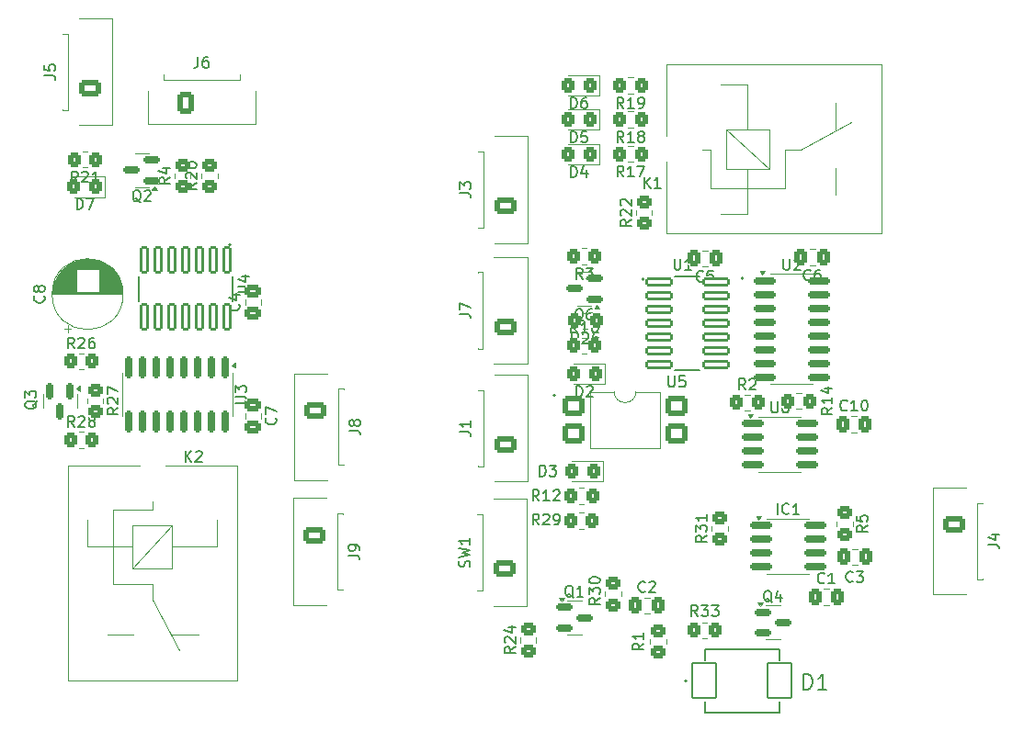
<source format=gto>
G04 #@! TF.GenerationSoftware,KiCad,Pcbnew,9.0.1*
G04 #@! TF.CreationDate,2025-11-10T14:07:32+08:00*
G04 #@! TF.ProjectId,IMD_TSMS_latch_logic,494d445f-5453-44d5-935f-6c617463685f,rev?*
G04 #@! TF.SameCoordinates,Original*
G04 #@! TF.FileFunction,Legend,Top*
G04 #@! TF.FilePolarity,Positive*
%FSLAX46Y46*%
G04 Gerber Fmt 4.6, Leading zero omitted, Abs format (unit mm)*
G04 Created by KiCad (PCBNEW 9.0.1) date 2025-11-10 14:07:32*
%MOMM*%
%LPD*%
G01*
G04 APERTURE LIST*
G04 Aperture macros list*
%AMRoundRect*
0 Rectangle with rounded corners*
0 $1 Rounding radius*
0 $2 $3 $4 $5 $6 $7 $8 $9 X,Y pos of 4 corners*
0 Add a 4 corners polygon primitive as box body*
4,1,4,$2,$3,$4,$5,$6,$7,$8,$9,$2,$3,0*
0 Add four circle primitives for the rounded corners*
1,1,$1+$1,$2,$3*
1,1,$1+$1,$4,$5*
1,1,$1+$1,$6,$7*
1,1,$1+$1,$8,$9*
0 Add four rect primitives between the rounded corners*
20,1,$1+$1,$2,$3,$4,$5,0*
20,1,$1+$1,$4,$5,$6,$7,0*
20,1,$1+$1,$6,$7,$8,$9,0*
20,1,$1+$1,$8,$9,$2,$3,0*%
G04 Aperture macros list end*
%ADD10C,0.179857*%
%ADD11C,0.150000*%
%ADD12C,0.120000*%
%ADD13C,0.127000*%
%ADD14C,0.200000*%
%ADD15RoundRect,0.150000X-0.587500X-0.150000X0.587500X-0.150000X0.587500X0.150000X-0.587500X0.150000X0*%
%ADD16O,2.020000X1.500000*%
%ADD17RoundRect,0.250001X0.759999X-0.499999X0.759999X0.499999X-0.759999X0.499999X-0.759999X-0.499999X0*%
%ADD18C,1.270000*%
%ADD19RoundRect,0.250000X0.450000X-0.350000X0.450000X0.350000X-0.450000X0.350000X-0.450000X-0.350000X0*%
%ADD20RoundRect,0.250000X-0.450000X0.350000X-0.450000X-0.350000X0.450000X-0.350000X0.450000X0.350000X0*%
%ADD21RoundRect,0.150000X-0.825000X-0.150000X0.825000X-0.150000X0.825000X0.150000X-0.825000X0.150000X0*%
%ADD22RoundRect,0.250000X-0.337500X-0.475000X0.337500X-0.475000X0.337500X0.475000X-0.337500X0.475000X0*%
%ADD23RoundRect,0.102000X-1.125000X-1.590000X1.125000X-1.590000X1.125000X1.590000X-1.125000X1.590000X0*%
%ADD24RoundRect,0.120600X-0.281400X1.111400X-0.281400X-1.111400X0.281400X-1.111400X0.281400X1.111400X0*%
%ADD25RoundRect,0.122100X-0.284900X1.109900X-0.284900X-1.109900X0.284900X-1.109900X0.284900X1.109900X0*%
%ADD26RoundRect,0.150000X-0.150000X0.825000X-0.150000X-0.825000X0.150000X-0.825000X0.150000X0.825000X0*%
%ADD27RoundRect,0.120600X-1.111400X-0.281400X1.111400X-0.281400X1.111400X0.281400X-1.111400X0.281400X0*%
%ADD28RoundRect,0.122100X-1.109900X-0.284900X1.109900X-0.284900X1.109900X0.284900X-1.109900X0.284900X0*%
%ADD29RoundRect,0.250000X0.350000X0.450000X-0.350000X0.450000X-0.350000X-0.450000X0.350000X-0.450000X0*%
%ADD30RoundRect,0.250000X-0.350000X-0.450000X0.350000X-0.450000X0.350000X0.450000X-0.350000X0.450000X0*%
%ADD31RoundRect,0.150000X0.587500X0.150000X-0.587500X0.150000X-0.587500X-0.150000X0.587500X-0.150000X0*%
%ADD32RoundRect,0.150000X-0.150000X0.587500X-0.150000X-0.587500X0.150000X-0.587500X0.150000X0.587500X0*%
%ADD33RoundRect,0.250000X0.325000X0.450000X-0.325000X0.450000X-0.325000X-0.450000X0.325000X-0.450000X0*%
%ADD34R,1.600000X1.600000*%
%ADD35C,1.600000*%
%ADD36RoundRect,0.250000X-0.475000X0.337500X-0.475000X-0.337500X0.475000X-0.337500X0.475000X0.337500X0*%
%ADD37RoundRect,0.250000X0.337500X0.475000X-0.337500X0.475000X-0.337500X-0.475000X0.337500X-0.475000X0*%
%ADD38RoundRect,0.250000X0.475000X-0.337500X0.475000X0.337500X-0.475000X0.337500X-0.475000X-0.337500X0*%
%ADD39C,4.300000*%
%ADD40C,3.000000*%
%ADD41C,2.500000*%
%ADD42RoundRect,0.250001X-0.759999X0.499999X-0.759999X-0.499999X0.759999X-0.499999X0.759999X0.499999X0*%
%ADD43RoundRect,0.250001X-0.499999X-0.759999X0.499999X-0.759999X0.499999X0.759999X-0.499999X0.759999X0*%
%ADD44O,1.500000X2.020000*%
%ADD45RoundRect,0.249999X-0.750001X-0.640001X0.750001X-0.640001X0.750001X0.640001X-0.750001X0.640001X0*%
G04 APERTURE END LIST*
D10*
X137089928Y-106070143D02*
G75*
G02*
X136910072Y-106070143I-89928J0D01*
G01*
X136910072Y-106070143D02*
G75*
G02*
X137089928Y-106070143I89928J0D01*
G01*
X154407085Y-95300000D02*
G75*
G02*
X154227229Y-95300000I-89928J0D01*
G01*
X154227229Y-95300000D02*
G75*
G02*
X154407085Y-95300000I89928J0D01*
G01*
D11*
X138741161Y-124729557D02*
X138645923Y-124681938D01*
X138645923Y-124681938D02*
X138550685Y-124586700D01*
X138550685Y-124586700D02*
X138407828Y-124443842D01*
X138407828Y-124443842D02*
X138312590Y-124396223D01*
X138312590Y-124396223D02*
X138217352Y-124396223D01*
X138264971Y-124634319D02*
X138169733Y-124586700D01*
X138169733Y-124586700D02*
X138074495Y-124491461D01*
X138074495Y-124491461D02*
X138026876Y-124300985D01*
X138026876Y-124300985D02*
X138026876Y-123967652D01*
X138026876Y-123967652D02*
X138074495Y-123777176D01*
X138074495Y-123777176D02*
X138169733Y-123681938D01*
X138169733Y-123681938D02*
X138264971Y-123634319D01*
X138264971Y-123634319D02*
X138455447Y-123634319D01*
X138455447Y-123634319D02*
X138550685Y-123681938D01*
X138550685Y-123681938D02*
X138645923Y-123777176D01*
X138645923Y-123777176D02*
X138693542Y-123967652D01*
X138693542Y-123967652D02*
X138693542Y-124300985D01*
X138693542Y-124300985D02*
X138645923Y-124491461D01*
X138645923Y-124491461D02*
X138550685Y-124586700D01*
X138550685Y-124586700D02*
X138455447Y-124634319D01*
X138455447Y-124634319D02*
X138264971Y-124634319D01*
X139645923Y-124634319D02*
X139074495Y-124634319D01*
X139360209Y-124634319D02*
X139360209Y-123634319D01*
X139360209Y-123634319D02*
X139264971Y-123777176D01*
X139264971Y-123777176D02*
X139169733Y-123872414D01*
X139169733Y-123872414D02*
X139074495Y-123920033D01*
X129172800Y-121908532D02*
X129220419Y-121765675D01*
X129220419Y-121765675D02*
X129220419Y-121527580D01*
X129220419Y-121527580D02*
X129172800Y-121432342D01*
X129172800Y-121432342D02*
X129125180Y-121384723D01*
X129125180Y-121384723D02*
X129029942Y-121337104D01*
X129029942Y-121337104D02*
X128934704Y-121337104D01*
X128934704Y-121337104D02*
X128839466Y-121384723D01*
X128839466Y-121384723D02*
X128791847Y-121432342D01*
X128791847Y-121432342D02*
X128744228Y-121527580D01*
X128744228Y-121527580D02*
X128696609Y-121718056D01*
X128696609Y-121718056D02*
X128648990Y-121813294D01*
X128648990Y-121813294D02*
X128601371Y-121860913D01*
X128601371Y-121860913D02*
X128506133Y-121908532D01*
X128506133Y-121908532D02*
X128410895Y-121908532D01*
X128410895Y-121908532D02*
X128315657Y-121860913D01*
X128315657Y-121860913D02*
X128268038Y-121813294D01*
X128268038Y-121813294D02*
X128220419Y-121718056D01*
X128220419Y-121718056D02*
X128220419Y-121479961D01*
X128220419Y-121479961D02*
X128268038Y-121337104D01*
X128220419Y-121003770D02*
X129220419Y-120765675D01*
X129220419Y-120765675D02*
X128506133Y-120575199D01*
X128506133Y-120575199D02*
X129220419Y-120384723D01*
X129220419Y-120384723D02*
X128220419Y-120146628D01*
X129220419Y-119241866D02*
X129220419Y-119813294D01*
X129220419Y-119527580D02*
X128220419Y-119527580D01*
X128220419Y-119527580D02*
X128363276Y-119622818D01*
X128363276Y-119622818D02*
X128458514Y-119718056D01*
X128458514Y-119718056D02*
X128506133Y-119813294D01*
X133399419Y-129277857D02*
X132923228Y-129611190D01*
X133399419Y-129849285D02*
X132399419Y-129849285D01*
X132399419Y-129849285D02*
X132399419Y-129468333D01*
X132399419Y-129468333D02*
X132447038Y-129373095D01*
X132447038Y-129373095D02*
X132494657Y-129325476D01*
X132494657Y-129325476D02*
X132589895Y-129277857D01*
X132589895Y-129277857D02*
X132732752Y-129277857D01*
X132732752Y-129277857D02*
X132827990Y-129325476D01*
X132827990Y-129325476D02*
X132875609Y-129373095D01*
X132875609Y-129373095D02*
X132923228Y-129468333D01*
X132923228Y-129468333D02*
X132923228Y-129849285D01*
X132494657Y-128896904D02*
X132447038Y-128849285D01*
X132447038Y-128849285D02*
X132399419Y-128754047D01*
X132399419Y-128754047D02*
X132399419Y-128515952D01*
X132399419Y-128515952D02*
X132447038Y-128420714D01*
X132447038Y-128420714D02*
X132494657Y-128373095D01*
X132494657Y-128373095D02*
X132589895Y-128325476D01*
X132589895Y-128325476D02*
X132685133Y-128325476D01*
X132685133Y-128325476D02*
X132827990Y-128373095D01*
X132827990Y-128373095D02*
X133399419Y-128944523D01*
X133399419Y-128944523D02*
X133399419Y-128325476D01*
X132732752Y-127468333D02*
X133399419Y-127468333D01*
X132351800Y-127706428D02*
X133066085Y-127944523D01*
X133066085Y-127944523D02*
X133066085Y-127325476D01*
X165833219Y-118082866D02*
X165357028Y-118416199D01*
X165833219Y-118654294D02*
X164833219Y-118654294D01*
X164833219Y-118654294D02*
X164833219Y-118273342D01*
X164833219Y-118273342D02*
X164880838Y-118178104D01*
X164880838Y-118178104D02*
X164928457Y-118130485D01*
X164928457Y-118130485D02*
X165023695Y-118082866D01*
X165023695Y-118082866D02*
X165166552Y-118082866D01*
X165166552Y-118082866D02*
X165261790Y-118130485D01*
X165261790Y-118130485D02*
X165309409Y-118178104D01*
X165309409Y-118178104D02*
X165357028Y-118273342D01*
X165357028Y-118273342D02*
X165357028Y-118654294D01*
X164833219Y-117178104D02*
X164833219Y-117654294D01*
X164833219Y-117654294D02*
X165309409Y-117701913D01*
X165309409Y-117701913D02*
X165261790Y-117654294D01*
X165261790Y-117654294D02*
X165214171Y-117559056D01*
X165214171Y-117559056D02*
X165214171Y-117320961D01*
X165214171Y-117320961D02*
X165261790Y-117225723D01*
X165261790Y-117225723D02*
X165309409Y-117178104D01*
X165309409Y-117178104D02*
X165404647Y-117130485D01*
X165404647Y-117130485D02*
X165642742Y-117130485D01*
X165642742Y-117130485D02*
X165737980Y-117178104D01*
X165737980Y-117178104D02*
X165785600Y-117225723D01*
X165785600Y-117225723D02*
X165833219Y-117320961D01*
X165833219Y-117320961D02*
X165833219Y-117559056D01*
X165833219Y-117559056D02*
X165785600Y-117654294D01*
X165785600Y-117654294D02*
X165737980Y-117701913D01*
X145209419Y-128954066D02*
X144733228Y-129287399D01*
X145209419Y-129525494D02*
X144209419Y-129525494D01*
X144209419Y-129525494D02*
X144209419Y-129144542D01*
X144209419Y-129144542D02*
X144257038Y-129049304D01*
X144257038Y-129049304D02*
X144304657Y-129001685D01*
X144304657Y-129001685D02*
X144399895Y-128954066D01*
X144399895Y-128954066D02*
X144542752Y-128954066D01*
X144542752Y-128954066D02*
X144637990Y-129001685D01*
X144637990Y-129001685D02*
X144685609Y-129049304D01*
X144685609Y-129049304D02*
X144733228Y-129144542D01*
X144733228Y-129144542D02*
X144733228Y-129525494D01*
X145209419Y-128001685D02*
X145209419Y-128573113D01*
X145209419Y-128287399D02*
X144209419Y-128287399D01*
X144209419Y-128287399D02*
X144352276Y-128382637D01*
X144352276Y-128382637D02*
X144447514Y-128477875D01*
X144447514Y-128477875D02*
X144495133Y-128573113D01*
X157545210Y-117044419D02*
X157545210Y-116044419D01*
X158592828Y-116949180D02*
X158545209Y-116996800D01*
X158545209Y-116996800D02*
X158402352Y-117044419D01*
X158402352Y-117044419D02*
X158307114Y-117044419D01*
X158307114Y-117044419D02*
X158164257Y-116996800D01*
X158164257Y-116996800D02*
X158069019Y-116901561D01*
X158069019Y-116901561D02*
X158021400Y-116806323D01*
X158021400Y-116806323D02*
X157973781Y-116615847D01*
X157973781Y-116615847D02*
X157973781Y-116472990D01*
X157973781Y-116472990D02*
X158021400Y-116282514D01*
X158021400Y-116282514D02*
X158069019Y-116187276D01*
X158069019Y-116187276D02*
X158164257Y-116092038D01*
X158164257Y-116092038D02*
X158307114Y-116044419D01*
X158307114Y-116044419D02*
X158402352Y-116044419D01*
X158402352Y-116044419D02*
X158545209Y-116092038D01*
X158545209Y-116092038D02*
X158592828Y-116139657D01*
X159545209Y-117044419D02*
X158973781Y-117044419D01*
X159259495Y-117044419D02*
X159259495Y-116044419D01*
X159259495Y-116044419D02*
X159164257Y-116187276D01*
X159164257Y-116187276D02*
X159069019Y-116282514D01*
X159069019Y-116282514D02*
X158973781Y-116330133D01*
X163953042Y-107416980D02*
X163905423Y-107464600D01*
X163905423Y-107464600D02*
X163762566Y-107512219D01*
X163762566Y-107512219D02*
X163667328Y-107512219D01*
X163667328Y-107512219D02*
X163524471Y-107464600D01*
X163524471Y-107464600D02*
X163429233Y-107369361D01*
X163429233Y-107369361D02*
X163381614Y-107274123D01*
X163381614Y-107274123D02*
X163333995Y-107083647D01*
X163333995Y-107083647D02*
X163333995Y-106940790D01*
X163333995Y-106940790D02*
X163381614Y-106750314D01*
X163381614Y-106750314D02*
X163429233Y-106655076D01*
X163429233Y-106655076D02*
X163524471Y-106559838D01*
X163524471Y-106559838D02*
X163667328Y-106512219D01*
X163667328Y-106512219D02*
X163762566Y-106512219D01*
X163762566Y-106512219D02*
X163905423Y-106559838D01*
X163905423Y-106559838D02*
X163953042Y-106607457D01*
X164905423Y-107512219D02*
X164333995Y-107512219D01*
X164619709Y-107512219D02*
X164619709Y-106512219D01*
X164619709Y-106512219D02*
X164524471Y-106655076D01*
X164524471Y-106655076D02*
X164429233Y-106750314D01*
X164429233Y-106750314D02*
X164333995Y-106797933D01*
X165524471Y-106512219D02*
X165619709Y-106512219D01*
X165619709Y-106512219D02*
X165714947Y-106559838D01*
X165714947Y-106559838D02*
X165762566Y-106607457D01*
X165762566Y-106607457D02*
X165810185Y-106702695D01*
X165810185Y-106702695D02*
X165857804Y-106893171D01*
X165857804Y-106893171D02*
X165857804Y-107131266D01*
X165857804Y-107131266D02*
X165810185Y-107321742D01*
X165810185Y-107321742D02*
X165762566Y-107416980D01*
X165762566Y-107416980D02*
X165714947Y-107464600D01*
X165714947Y-107464600D02*
X165619709Y-107512219D01*
X165619709Y-107512219D02*
X165524471Y-107512219D01*
X165524471Y-107512219D02*
X165429233Y-107464600D01*
X165429233Y-107464600D02*
X165381614Y-107416980D01*
X165381614Y-107416980D02*
X165333995Y-107321742D01*
X165333995Y-107321742D02*
X165286376Y-107131266D01*
X165286376Y-107131266D02*
X165286376Y-106893171D01*
X165286376Y-106893171D02*
X165333995Y-106702695D01*
X165333995Y-106702695D02*
X165381614Y-106607457D01*
X165381614Y-106607457D02*
X165429233Y-106559838D01*
X165429233Y-106559838D02*
X165524471Y-106512219D01*
X164476133Y-123219380D02*
X164428514Y-123267000D01*
X164428514Y-123267000D02*
X164285657Y-123314619D01*
X164285657Y-123314619D02*
X164190419Y-123314619D01*
X164190419Y-123314619D02*
X164047562Y-123267000D01*
X164047562Y-123267000D02*
X163952324Y-123171761D01*
X163952324Y-123171761D02*
X163904705Y-123076523D01*
X163904705Y-123076523D02*
X163857086Y-122886047D01*
X163857086Y-122886047D02*
X163857086Y-122743190D01*
X163857086Y-122743190D02*
X163904705Y-122552714D01*
X163904705Y-122552714D02*
X163952324Y-122457476D01*
X163952324Y-122457476D02*
X164047562Y-122362238D01*
X164047562Y-122362238D02*
X164190419Y-122314619D01*
X164190419Y-122314619D02*
X164285657Y-122314619D01*
X164285657Y-122314619D02*
X164428514Y-122362238D01*
X164428514Y-122362238D02*
X164476133Y-122409857D01*
X164809467Y-122314619D02*
X165428514Y-122314619D01*
X165428514Y-122314619D02*
X165095181Y-122695571D01*
X165095181Y-122695571D02*
X165238038Y-122695571D01*
X165238038Y-122695571D02*
X165333276Y-122743190D01*
X165333276Y-122743190D02*
X165380895Y-122790809D01*
X165380895Y-122790809D02*
X165428514Y-122886047D01*
X165428514Y-122886047D02*
X165428514Y-123124142D01*
X165428514Y-123124142D02*
X165380895Y-123219380D01*
X165380895Y-123219380D02*
X165333276Y-123267000D01*
X165333276Y-123267000D02*
X165238038Y-123314619D01*
X165238038Y-123314619D02*
X164952324Y-123314619D01*
X164952324Y-123314619D02*
X164857086Y-123267000D01*
X164857086Y-123267000D02*
X164809467Y-123219380D01*
X145346033Y-124130180D02*
X145298414Y-124177800D01*
X145298414Y-124177800D02*
X145155557Y-124225419D01*
X145155557Y-124225419D02*
X145060319Y-124225419D01*
X145060319Y-124225419D02*
X144917462Y-124177800D01*
X144917462Y-124177800D02*
X144822224Y-124082561D01*
X144822224Y-124082561D02*
X144774605Y-123987323D01*
X144774605Y-123987323D02*
X144726986Y-123796847D01*
X144726986Y-123796847D02*
X144726986Y-123653990D01*
X144726986Y-123653990D02*
X144774605Y-123463514D01*
X144774605Y-123463514D02*
X144822224Y-123368276D01*
X144822224Y-123368276D02*
X144917462Y-123273038D01*
X144917462Y-123273038D02*
X145060319Y-123225419D01*
X145060319Y-123225419D02*
X145155557Y-123225419D01*
X145155557Y-123225419D02*
X145298414Y-123273038D01*
X145298414Y-123273038D02*
X145346033Y-123320657D01*
X145726986Y-123320657D02*
X145774605Y-123273038D01*
X145774605Y-123273038D02*
X145869843Y-123225419D01*
X145869843Y-123225419D02*
X146107938Y-123225419D01*
X146107938Y-123225419D02*
X146203176Y-123273038D01*
X146203176Y-123273038D02*
X146250795Y-123320657D01*
X146250795Y-123320657D02*
X146298414Y-123415895D01*
X146298414Y-123415895D02*
X146298414Y-123511133D01*
X146298414Y-123511133D02*
X146250795Y-123653990D01*
X146250795Y-123653990D02*
X145679367Y-124225419D01*
X145679367Y-124225419D02*
X146298414Y-124225419D01*
X161863833Y-123342780D02*
X161816214Y-123390400D01*
X161816214Y-123390400D02*
X161673357Y-123438019D01*
X161673357Y-123438019D02*
X161578119Y-123438019D01*
X161578119Y-123438019D02*
X161435262Y-123390400D01*
X161435262Y-123390400D02*
X161340024Y-123295161D01*
X161340024Y-123295161D02*
X161292405Y-123199923D01*
X161292405Y-123199923D02*
X161244786Y-123009447D01*
X161244786Y-123009447D02*
X161244786Y-122866590D01*
X161244786Y-122866590D02*
X161292405Y-122676114D01*
X161292405Y-122676114D02*
X161340024Y-122580876D01*
X161340024Y-122580876D02*
X161435262Y-122485638D01*
X161435262Y-122485638D02*
X161578119Y-122438019D01*
X161578119Y-122438019D02*
X161673357Y-122438019D01*
X161673357Y-122438019D02*
X161816214Y-122485638D01*
X161816214Y-122485638D02*
X161863833Y-122533257D01*
X162816214Y-123438019D02*
X162244786Y-123438019D01*
X162530500Y-123438019D02*
X162530500Y-122438019D01*
X162530500Y-122438019D02*
X162435262Y-122580876D01*
X162435262Y-122580876D02*
X162340024Y-122676114D01*
X162340024Y-122676114D02*
X162244786Y-122723733D01*
X159951867Y-133177066D02*
X159951867Y-131777066D01*
X159951867Y-131777066D02*
X160285200Y-131777066D01*
X160285200Y-131777066D02*
X160485200Y-131843733D01*
X160485200Y-131843733D02*
X160618534Y-131977066D01*
X160618534Y-131977066D02*
X160685200Y-132110400D01*
X160685200Y-132110400D02*
X160751867Y-132377066D01*
X160751867Y-132377066D02*
X160751867Y-132577066D01*
X160751867Y-132577066D02*
X160685200Y-132843733D01*
X160685200Y-132843733D02*
X160618534Y-132977066D01*
X160618534Y-132977066D02*
X160485200Y-133110400D01*
X160485200Y-133110400D02*
X160285200Y-133177066D01*
X160285200Y-133177066D02*
X159951867Y-133177066D01*
X162085200Y-133177066D02*
X161285200Y-133177066D01*
X161685200Y-133177066D02*
X161685200Y-131777066D01*
X161685200Y-131777066D02*
X161551867Y-131977066D01*
X161551867Y-131977066D02*
X161418534Y-132110400D01*
X161418534Y-132110400D02*
X161285200Y-132177066D01*
X156993095Y-106654819D02*
X156993095Y-107464342D01*
X156993095Y-107464342D02*
X157040714Y-107559580D01*
X157040714Y-107559580D02*
X157088333Y-107607200D01*
X157088333Y-107607200D02*
X157183571Y-107654819D01*
X157183571Y-107654819D02*
X157374047Y-107654819D01*
X157374047Y-107654819D02*
X157469285Y-107607200D01*
X157469285Y-107607200D02*
X157516904Y-107559580D01*
X157516904Y-107559580D02*
X157564523Y-107464342D01*
X157564523Y-107464342D02*
X157564523Y-106654819D01*
X158469285Y-106654819D02*
X158278809Y-106654819D01*
X158278809Y-106654819D02*
X158183571Y-106702438D01*
X158183571Y-106702438D02*
X158135952Y-106750057D01*
X158135952Y-106750057D02*
X158040714Y-106892914D01*
X158040714Y-106892914D02*
X157993095Y-107083390D01*
X157993095Y-107083390D02*
X157993095Y-107464342D01*
X157993095Y-107464342D02*
X158040714Y-107559580D01*
X158040714Y-107559580D02*
X158088333Y-107607200D01*
X158088333Y-107607200D02*
X158183571Y-107654819D01*
X158183571Y-107654819D02*
X158374047Y-107654819D01*
X158374047Y-107654819D02*
X158469285Y-107607200D01*
X158469285Y-107607200D02*
X158516904Y-107559580D01*
X158516904Y-107559580D02*
X158564523Y-107464342D01*
X158564523Y-107464342D02*
X158564523Y-107226247D01*
X158564523Y-107226247D02*
X158516904Y-107131009D01*
X158516904Y-107131009D02*
X158469285Y-107083390D01*
X158469285Y-107083390D02*
X158374047Y-107035771D01*
X158374047Y-107035771D02*
X158183571Y-107035771D01*
X158183571Y-107035771D02*
X158088333Y-107083390D01*
X158088333Y-107083390D02*
X158040714Y-107131009D01*
X158040714Y-107131009D02*
X157993095Y-107226247D01*
X107889819Y-96586904D02*
X108699342Y-96586904D01*
X108699342Y-96586904D02*
X108794580Y-96539285D01*
X108794580Y-96539285D02*
X108842200Y-96491666D01*
X108842200Y-96491666D02*
X108889819Y-96396428D01*
X108889819Y-96396428D02*
X108889819Y-96205952D01*
X108889819Y-96205952D02*
X108842200Y-96110714D01*
X108842200Y-96110714D02*
X108794580Y-96063095D01*
X108794580Y-96063095D02*
X108699342Y-96015476D01*
X108699342Y-96015476D02*
X107889819Y-96015476D01*
X108223152Y-95110714D02*
X108889819Y-95110714D01*
X107842200Y-95348809D02*
X108556485Y-95586904D01*
X108556485Y-95586904D02*
X108556485Y-94967857D01*
X107604819Y-106761904D02*
X108414342Y-106761904D01*
X108414342Y-106761904D02*
X108509580Y-106714285D01*
X108509580Y-106714285D02*
X108557200Y-106666666D01*
X108557200Y-106666666D02*
X108604819Y-106571428D01*
X108604819Y-106571428D02*
X108604819Y-106380952D01*
X108604819Y-106380952D02*
X108557200Y-106285714D01*
X108557200Y-106285714D02*
X108509580Y-106238095D01*
X108509580Y-106238095D02*
X108414342Y-106190476D01*
X108414342Y-106190476D02*
X107604819Y-106190476D01*
X107604819Y-105809523D02*
X107604819Y-105190476D01*
X107604819Y-105190476D02*
X107985771Y-105523809D01*
X107985771Y-105523809D02*
X107985771Y-105380952D01*
X107985771Y-105380952D02*
X108033390Y-105285714D01*
X108033390Y-105285714D02*
X108081009Y-105238095D01*
X108081009Y-105238095D02*
X108176247Y-105190476D01*
X108176247Y-105190476D02*
X108414342Y-105190476D01*
X108414342Y-105190476D02*
X108509580Y-105238095D01*
X108509580Y-105238095D02*
X108557200Y-105285714D01*
X108557200Y-105285714D02*
X108604819Y-105380952D01*
X108604819Y-105380952D02*
X108604819Y-105666666D01*
X108604819Y-105666666D02*
X108557200Y-105761904D01*
X108557200Y-105761904D02*
X108509580Y-105809523D01*
X158093095Y-93519819D02*
X158093095Y-94329342D01*
X158093095Y-94329342D02*
X158140714Y-94424580D01*
X158140714Y-94424580D02*
X158188333Y-94472200D01*
X158188333Y-94472200D02*
X158283571Y-94519819D01*
X158283571Y-94519819D02*
X158474047Y-94519819D01*
X158474047Y-94519819D02*
X158569285Y-94472200D01*
X158569285Y-94472200D02*
X158616904Y-94424580D01*
X158616904Y-94424580D02*
X158664523Y-94329342D01*
X158664523Y-94329342D02*
X158664523Y-93519819D01*
X159093095Y-93615057D02*
X159140714Y-93567438D01*
X159140714Y-93567438D02*
X159235952Y-93519819D01*
X159235952Y-93519819D02*
X159474047Y-93519819D01*
X159474047Y-93519819D02*
X159569285Y-93567438D01*
X159569285Y-93567438D02*
X159616904Y-93615057D01*
X159616904Y-93615057D02*
X159664523Y-93710295D01*
X159664523Y-93710295D02*
X159664523Y-93805533D01*
X159664523Y-93805533D02*
X159616904Y-93948390D01*
X159616904Y-93948390D02*
X159045476Y-94519819D01*
X159045476Y-94519819D02*
X159664523Y-94519819D01*
X148038095Y-93484819D02*
X148038095Y-94294342D01*
X148038095Y-94294342D02*
X148085714Y-94389580D01*
X148085714Y-94389580D02*
X148133333Y-94437200D01*
X148133333Y-94437200D02*
X148228571Y-94484819D01*
X148228571Y-94484819D02*
X148419047Y-94484819D01*
X148419047Y-94484819D02*
X148514285Y-94437200D01*
X148514285Y-94437200D02*
X148561904Y-94389580D01*
X148561904Y-94389580D02*
X148609523Y-94294342D01*
X148609523Y-94294342D02*
X148609523Y-93484819D01*
X149609523Y-94484819D02*
X149038095Y-94484819D01*
X149323809Y-94484819D02*
X149323809Y-93484819D01*
X149323809Y-93484819D02*
X149228571Y-93627676D01*
X149228571Y-93627676D02*
X149133333Y-93722914D01*
X149133333Y-93722914D02*
X149038095Y-93770533D01*
X150198342Y-126438819D02*
X149865009Y-125962628D01*
X149626914Y-126438819D02*
X149626914Y-125438819D01*
X149626914Y-125438819D02*
X150007866Y-125438819D01*
X150007866Y-125438819D02*
X150103104Y-125486438D01*
X150103104Y-125486438D02*
X150150723Y-125534057D01*
X150150723Y-125534057D02*
X150198342Y-125629295D01*
X150198342Y-125629295D02*
X150198342Y-125772152D01*
X150198342Y-125772152D02*
X150150723Y-125867390D01*
X150150723Y-125867390D02*
X150103104Y-125915009D01*
X150103104Y-125915009D02*
X150007866Y-125962628D01*
X150007866Y-125962628D02*
X149626914Y-125962628D01*
X150531676Y-125438819D02*
X151150723Y-125438819D01*
X151150723Y-125438819D02*
X150817390Y-125819771D01*
X150817390Y-125819771D02*
X150960247Y-125819771D01*
X150960247Y-125819771D02*
X151055485Y-125867390D01*
X151055485Y-125867390D02*
X151103104Y-125915009D01*
X151103104Y-125915009D02*
X151150723Y-126010247D01*
X151150723Y-126010247D02*
X151150723Y-126248342D01*
X151150723Y-126248342D02*
X151103104Y-126343580D01*
X151103104Y-126343580D02*
X151055485Y-126391200D01*
X151055485Y-126391200D02*
X150960247Y-126438819D01*
X150960247Y-126438819D02*
X150674533Y-126438819D01*
X150674533Y-126438819D02*
X150579295Y-126391200D01*
X150579295Y-126391200D02*
X150531676Y-126343580D01*
X151484057Y-125438819D02*
X152103104Y-125438819D01*
X152103104Y-125438819D02*
X151769771Y-125819771D01*
X151769771Y-125819771D02*
X151912628Y-125819771D01*
X151912628Y-125819771D02*
X152007866Y-125867390D01*
X152007866Y-125867390D02*
X152055485Y-125915009D01*
X152055485Y-125915009D02*
X152103104Y-126010247D01*
X152103104Y-126010247D02*
X152103104Y-126248342D01*
X152103104Y-126248342D02*
X152055485Y-126343580D01*
X152055485Y-126343580D02*
X152007866Y-126391200D01*
X152007866Y-126391200D02*
X151912628Y-126438819D01*
X151912628Y-126438819D02*
X151626914Y-126438819D01*
X151626914Y-126438819D02*
X151531676Y-126391200D01*
X151531676Y-126391200D02*
X151484057Y-126343580D01*
X151027019Y-118990857D02*
X150550828Y-119324190D01*
X151027019Y-119562285D02*
X150027019Y-119562285D01*
X150027019Y-119562285D02*
X150027019Y-119181333D01*
X150027019Y-119181333D02*
X150074638Y-119086095D01*
X150074638Y-119086095D02*
X150122257Y-119038476D01*
X150122257Y-119038476D02*
X150217495Y-118990857D01*
X150217495Y-118990857D02*
X150360352Y-118990857D01*
X150360352Y-118990857D02*
X150455590Y-119038476D01*
X150455590Y-119038476D02*
X150503209Y-119086095D01*
X150503209Y-119086095D02*
X150550828Y-119181333D01*
X150550828Y-119181333D02*
X150550828Y-119562285D01*
X150027019Y-118657523D02*
X150027019Y-118038476D01*
X150027019Y-118038476D02*
X150407971Y-118371809D01*
X150407971Y-118371809D02*
X150407971Y-118228952D01*
X150407971Y-118228952D02*
X150455590Y-118133714D01*
X150455590Y-118133714D02*
X150503209Y-118086095D01*
X150503209Y-118086095D02*
X150598447Y-118038476D01*
X150598447Y-118038476D02*
X150836542Y-118038476D01*
X150836542Y-118038476D02*
X150931780Y-118086095D01*
X150931780Y-118086095D02*
X150979400Y-118133714D01*
X150979400Y-118133714D02*
X151027019Y-118228952D01*
X151027019Y-118228952D02*
X151027019Y-118514666D01*
X151027019Y-118514666D02*
X150979400Y-118609904D01*
X150979400Y-118609904D02*
X150931780Y-118657523D01*
X151027019Y-117086095D02*
X151027019Y-117657523D01*
X151027019Y-117371809D02*
X150027019Y-117371809D01*
X150027019Y-117371809D02*
X150169876Y-117467047D01*
X150169876Y-117467047D02*
X150265114Y-117562285D01*
X150265114Y-117562285D02*
X150312733Y-117657523D01*
X141196219Y-124747257D02*
X140720028Y-125080590D01*
X141196219Y-125318685D02*
X140196219Y-125318685D01*
X140196219Y-125318685D02*
X140196219Y-124937733D01*
X140196219Y-124937733D02*
X140243838Y-124842495D01*
X140243838Y-124842495D02*
X140291457Y-124794876D01*
X140291457Y-124794876D02*
X140386695Y-124747257D01*
X140386695Y-124747257D02*
X140529552Y-124747257D01*
X140529552Y-124747257D02*
X140624790Y-124794876D01*
X140624790Y-124794876D02*
X140672409Y-124842495D01*
X140672409Y-124842495D02*
X140720028Y-124937733D01*
X140720028Y-124937733D02*
X140720028Y-125318685D01*
X140196219Y-124413923D02*
X140196219Y-123794876D01*
X140196219Y-123794876D02*
X140577171Y-124128209D01*
X140577171Y-124128209D02*
X140577171Y-123985352D01*
X140577171Y-123985352D02*
X140624790Y-123890114D01*
X140624790Y-123890114D02*
X140672409Y-123842495D01*
X140672409Y-123842495D02*
X140767647Y-123794876D01*
X140767647Y-123794876D02*
X141005742Y-123794876D01*
X141005742Y-123794876D02*
X141100980Y-123842495D01*
X141100980Y-123842495D02*
X141148600Y-123890114D01*
X141148600Y-123890114D02*
X141196219Y-123985352D01*
X141196219Y-123985352D02*
X141196219Y-124271066D01*
X141196219Y-124271066D02*
X141148600Y-124366304D01*
X141148600Y-124366304D02*
X141100980Y-124413923D01*
X140196219Y-123175828D02*
X140196219Y-123080590D01*
X140196219Y-123080590D02*
X140243838Y-122985352D01*
X140243838Y-122985352D02*
X140291457Y-122937733D01*
X140291457Y-122937733D02*
X140386695Y-122890114D01*
X140386695Y-122890114D02*
X140577171Y-122842495D01*
X140577171Y-122842495D02*
X140815266Y-122842495D01*
X140815266Y-122842495D02*
X141005742Y-122890114D01*
X141005742Y-122890114D02*
X141100980Y-122937733D01*
X141100980Y-122937733D02*
X141148600Y-122985352D01*
X141148600Y-122985352D02*
X141196219Y-123080590D01*
X141196219Y-123080590D02*
X141196219Y-123175828D01*
X141196219Y-123175828D02*
X141148600Y-123271066D01*
X141148600Y-123271066D02*
X141100980Y-123318685D01*
X141100980Y-123318685D02*
X141005742Y-123366304D01*
X141005742Y-123366304D02*
X140815266Y-123413923D01*
X140815266Y-123413923D02*
X140577171Y-123413923D01*
X140577171Y-123413923D02*
X140386695Y-123366304D01*
X140386695Y-123366304D02*
X140291457Y-123318685D01*
X140291457Y-123318685D02*
X140243838Y-123271066D01*
X140243838Y-123271066D02*
X140196219Y-123175828D01*
X135577342Y-118006019D02*
X135244009Y-117529828D01*
X135005914Y-118006019D02*
X135005914Y-117006019D01*
X135005914Y-117006019D02*
X135386866Y-117006019D01*
X135386866Y-117006019D02*
X135482104Y-117053638D01*
X135482104Y-117053638D02*
X135529723Y-117101257D01*
X135529723Y-117101257D02*
X135577342Y-117196495D01*
X135577342Y-117196495D02*
X135577342Y-117339352D01*
X135577342Y-117339352D02*
X135529723Y-117434590D01*
X135529723Y-117434590D02*
X135482104Y-117482209D01*
X135482104Y-117482209D02*
X135386866Y-117529828D01*
X135386866Y-117529828D02*
X135005914Y-117529828D01*
X135958295Y-117101257D02*
X136005914Y-117053638D01*
X136005914Y-117053638D02*
X136101152Y-117006019D01*
X136101152Y-117006019D02*
X136339247Y-117006019D01*
X136339247Y-117006019D02*
X136434485Y-117053638D01*
X136434485Y-117053638D02*
X136482104Y-117101257D01*
X136482104Y-117101257D02*
X136529723Y-117196495D01*
X136529723Y-117196495D02*
X136529723Y-117291733D01*
X136529723Y-117291733D02*
X136482104Y-117434590D01*
X136482104Y-117434590D02*
X135910676Y-118006019D01*
X135910676Y-118006019D02*
X136529723Y-118006019D01*
X137005914Y-118006019D02*
X137196390Y-118006019D01*
X137196390Y-118006019D02*
X137291628Y-117958400D01*
X137291628Y-117958400D02*
X137339247Y-117910780D01*
X137339247Y-117910780D02*
X137434485Y-117767923D01*
X137434485Y-117767923D02*
X137482104Y-117577447D01*
X137482104Y-117577447D02*
X137482104Y-117196495D01*
X137482104Y-117196495D02*
X137434485Y-117101257D01*
X137434485Y-117101257D02*
X137386866Y-117053638D01*
X137386866Y-117053638D02*
X137291628Y-117006019D01*
X137291628Y-117006019D02*
X137101152Y-117006019D01*
X137101152Y-117006019D02*
X137005914Y-117053638D01*
X137005914Y-117053638D02*
X136958295Y-117101257D01*
X136958295Y-117101257D02*
X136910676Y-117196495D01*
X136910676Y-117196495D02*
X136910676Y-117434590D01*
X136910676Y-117434590D02*
X136958295Y-117529828D01*
X136958295Y-117529828D02*
X137005914Y-117577447D01*
X137005914Y-117577447D02*
X137101152Y-117625066D01*
X137101152Y-117625066D02*
X137291628Y-117625066D01*
X137291628Y-117625066D02*
X137386866Y-117577447D01*
X137386866Y-117577447D02*
X137434485Y-117529828D01*
X137434485Y-117529828D02*
X137482104Y-117434590D01*
X92772142Y-108999819D02*
X92438809Y-108523628D01*
X92200714Y-108999819D02*
X92200714Y-107999819D01*
X92200714Y-107999819D02*
X92581666Y-107999819D01*
X92581666Y-107999819D02*
X92676904Y-108047438D01*
X92676904Y-108047438D02*
X92724523Y-108095057D01*
X92724523Y-108095057D02*
X92772142Y-108190295D01*
X92772142Y-108190295D02*
X92772142Y-108333152D01*
X92772142Y-108333152D02*
X92724523Y-108428390D01*
X92724523Y-108428390D02*
X92676904Y-108476009D01*
X92676904Y-108476009D02*
X92581666Y-108523628D01*
X92581666Y-108523628D02*
X92200714Y-108523628D01*
X93153095Y-108095057D02*
X93200714Y-108047438D01*
X93200714Y-108047438D02*
X93295952Y-107999819D01*
X93295952Y-107999819D02*
X93534047Y-107999819D01*
X93534047Y-107999819D02*
X93629285Y-108047438D01*
X93629285Y-108047438D02*
X93676904Y-108095057D01*
X93676904Y-108095057D02*
X93724523Y-108190295D01*
X93724523Y-108190295D02*
X93724523Y-108285533D01*
X93724523Y-108285533D02*
X93676904Y-108428390D01*
X93676904Y-108428390D02*
X93105476Y-108999819D01*
X93105476Y-108999819D02*
X93724523Y-108999819D01*
X94295952Y-108428390D02*
X94200714Y-108380771D01*
X94200714Y-108380771D02*
X94153095Y-108333152D01*
X94153095Y-108333152D02*
X94105476Y-108237914D01*
X94105476Y-108237914D02*
X94105476Y-108190295D01*
X94105476Y-108190295D02*
X94153095Y-108095057D01*
X94153095Y-108095057D02*
X94200714Y-108047438D01*
X94200714Y-108047438D02*
X94295952Y-107999819D01*
X94295952Y-107999819D02*
X94486428Y-107999819D01*
X94486428Y-107999819D02*
X94581666Y-108047438D01*
X94581666Y-108047438D02*
X94629285Y-108095057D01*
X94629285Y-108095057D02*
X94676904Y-108190295D01*
X94676904Y-108190295D02*
X94676904Y-108237914D01*
X94676904Y-108237914D02*
X94629285Y-108333152D01*
X94629285Y-108333152D02*
X94581666Y-108380771D01*
X94581666Y-108380771D02*
X94486428Y-108428390D01*
X94486428Y-108428390D02*
X94295952Y-108428390D01*
X94295952Y-108428390D02*
X94200714Y-108476009D01*
X94200714Y-108476009D02*
X94153095Y-108523628D01*
X94153095Y-108523628D02*
X94105476Y-108618866D01*
X94105476Y-108618866D02*
X94105476Y-108809342D01*
X94105476Y-108809342D02*
X94153095Y-108904580D01*
X94153095Y-108904580D02*
X94200714Y-108952200D01*
X94200714Y-108952200D02*
X94295952Y-108999819D01*
X94295952Y-108999819D02*
X94486428Y-108999819D01*
X94486428Y-108999819D02*
X94581666Y-108952200D01*
X94581666Y-108952200D02*
X94629285Y-108904580D01*
X94629285Y-108904580D02*
X94676904Y-108809342D01*
X94676904Y-108809342D02*
X94676904Y-108618866D01*
X94676904Y-108618866D02*
X94629285Y-108523628D01*
X94629285Y-108523628D02*
X94581666Y-108476009D01*
X94581666Y-108476009D02*
X94486428Y-108428390D01*
X96802319Y-107240357D02*
X96326128Y-107573690D01*
X96802319Y-107811785D02*
X95802319Y-107811785D01*
X95802319Y-107811785D02*
X95802319Y-107430833D01*
X95802319Y-107430833D02*
X95849938Y-107335595D01*
X95849938Y-107335595D02*
X95897557Y-107287976D01*
X95897557Y-107287976D02*
X95992795Y-107240357D01*
X95992795Y-107240357D02*
X96135652Y-107240357D01*
X96135652Y-107240357D02*
X96230890Y-107287976D01*
X96230890Y-107287976D02*
X96278509Y-107335595D01*
X96278509Y-107335595D02*
X96326128Y-107430833D01*
X96326128Y-107430833D02*
X96326128Y-107811785D01*
X95897557Y-106859404D02*
X95849938Y-106811785D01*
X95849938Y-106811785D02*
X95802319Y-106716547D01*
X95802319Y-106716547D02*
X95802319Y-106478452D01*
X95802319Y-106478452D02*
X95849938Y-106383214D01*
X95849938Y-106383214D02*
X95897557Y-106335595D01*
X95897557Y-106335595D02*
X95992795Y-106287976D01*
X95992795Y-106287976D02*
X96088033Y-106287976D01*
X96088033Y-106287976D02*
X96230890Y-106335595D01*
X96230890Y-106335595D02*
X96802319Y-106907023D01*
X96802319Y-106907023D02*
X96802319Y-106287976D01*
X95802319Y-105954642D02*
X95802319Y-105287976D01*
X95802319Y-105287976D02*
X96802319Y-105716547D01*
X92772142Y-101749819D02*
X92438809Y-101273628D01*
X92200714Y-101749819D02*
X92200714Y-100749819D01*
X92200714Y-100749819D02*
X92581666Y-100749819D01*
X92581666Y-100749819D02*
X92676904Y-100797438D01*
X92676904Y-100797438D02*
X92724523Y-100845057D01*
X92724523Y-100845057D02*
X92772142Y-100940295D01*
X92772142Y-100940295D02*
X92772142Y-101083152D01*
X92772142Y-101083152D02*
X92724523Y-101178390D01*
X92724523Y-101178390D02*
X92676904Y-101226009D01*
X92676904Y-101226009D02*
X92581666Y-101273628D01*
X92581666Y-101273628D02*
X92200714Y-101273628D01*
X93153095Y-100845057D02*
X93200714Y-100797438D01*
X93200714Y-100797438D02*
X93295952Y-100749819D01*
X93295952Y-100749819D02*
X93534047Y-100749819D01*
X93534047Y-100749819D02*
X93629285Y-100797438D01*
X93629285Y-100797438D02*
X93676904Y-100845057D01*
X93676904Y-100845057D02*
X93724523Y-100940295D01*
X93724523Y-100940295D02*
X93724523Y-101035533D01*
X93724523Y-101035533D02*
X93676904Y-101178390D01*
X93676904Y-101178390D02*
X93105476Y-101749819D01*
X93105476Y-101749819D02*
X93724523Y-101749819D01*
X94581666Y-100749819D02*
X94391190Y-100749819D01*
X94391190Y-100749819D02*
X94295952Y-100797438D01*
X94295952Y-100797438D02*
X94248333Y-100845057D01*
X94248333Y-100845057D02*
X94153095Y-100987914D01*
X94153095Y-100987914D02*
X94105476Y-101178390D01*
X94105476Y-101178390D02*
X94105476Y-101559342D01*
X94105476Y-101559342D02*
X94153095Y-101654580D01*
X94153095Y-101654580D02*
X94200714Y-101702200D01*
X94200714Y-101702200D02*
X94295952Y-101749819D01*
X94295952Y-101749819D02*
X94486428Y-101749819D01*
X94486428Y-101749819D02*
X94581666Y-101702200D01*
X94581666Y-101702200D02*
X94629285Y-101654580D01*
X94629285Y-101654580D02*
X94676904Y-101559342D01*
X94676904Y-101559342D02*
X94676904Y-101321247D01*
X94676904Y-101321247D02*
X94629285Y-101226009D01*
X94629285Y-101226009D02*
X94581666Y-101178390D01*
X94581666Y-101178390D02*
X94486428Y-101130771D01*
X94486428Y-101130771D02*
X94295952Y-101130771D01*
X94295952Y-101130771D02*
X94200714Y-101178390D01*
X94200714Y-101178390D02*
X94153095Y-101226009D01*
X94153095Y-101226009D02*
X94105476Y-101321247D01*
X139204642Y-101322319D02*
X138871309Y-100846128D01*
X138633214Y-101322319D02*
X138633214Y-100322319D01*
X138633214Y-100322319D02*
X139014166Y-100322319D01*
X139014166Y-100322319D02*
X139109404Y-100369938D01*
X139109404Y-100369938D02*
X139157023Y-100417557D01*
X139157023Y-100417557D02*
X139204642Y-100512795D01*
X139204642Y-100512795D02*
X139204642Y-100655652D01*
X139204642Y-100655652D02*
X139157023Y-100750890D01*
X139157023Y-100750890D02*
X139109404Y-100798509D01*
X139109404Y-100798509D02*
X139014166Y-100846128D01*
X139014166Y-100846128D02*
X138633214Y-100846128D01*
X139585595Y-100417557D02*
X139633214Y-100369938D01*
X139633214Y-100369938D02*
X139728452Y-100322319D01*
X139728452Y-100322319D02*
X139966547Y-100322319D01*
X139966547Y-100322319D02*
X140061785Y-100369938D01*
X140061785Y-100369938D02*
X140109404Y-100417557D01*
X140109404Y-100417557D02*
X140157023Y-100512795D01*
X140157023Y-100512795D02*
X140157023Y-100608033D01*
X140157023Y-100608033D02*
X140109404Y-100750890D01*
X140109404Y-100750890D02*
X139537976Y-101322319D01*
X139537976Y-101322319D02*
X140157023Y-101322319D01*
X141061785Y-100322319D02*
X140585595Y-100322319D01*
X140585595Y-100322319D02*
X140537976Y-100798509D01*
X140537976Y-100798509D02*
X140585595Y-100750890D01*
X140585595Y-100750890D02*
X140680833Y-100703271D01*
X140680833Y-100703271D02*
X140918928Y-100703271D01*
X140918928Y-100703271D02*
X141014166Y-100750890D01*
X141014166Y-100750890D02*
X141061785Y-100798509D01*
X141061785Y-100798509D02*
X141109404Y-100893747D01*
X141109404Y-100893747D02*
X141109404Y-101131842D01*
X141109404Y-101131842D02*
X141061785Y-101227080D01*
X141061785Y-101227080D02*
X141014166Y-101274700D01*
X141014166Y-101274700D02*
X140918928Y-101322319D01*
X140918928Y-101322319D02*
X140680833Y-101322319D01*
X140680833Y-101322319D02*
X140585595Y-101274700D01*
X140585595Y-101274700D02*
X140537976Y-101227080D01*
X144054819Y-89892857D02*
X143578628Y-90226190D01*
X144054819Y-90464285D02*
X143054819Y-90464285D01*
X143054819Y-90464285D02*
X143054819Y-90083333D01*
X143054819Y-90083333D02*
X143102438Y-89988095D01*
X143102438Y-89988095D02*
X143150057Y-89940476D01*
X143150057Y-89940476D02*
X143245295Y-89892857D01*
X143245295Y-89892857D02*
X143388152Y-89892857D01*
X143388152Y-89892857D02*
X143483390Y-89940476D01*
X143483390Y-89940476D02*
X143531009Y-89988095D01*
X143531009Y-89988095D02*
X143578628Y-90083333D01*
X143578628Y-90083333D02*
X143578628Y-90464285D01*
X143150057Y-89511904D02*
X143102438Y-89464285D01*
X143102438Y-89464285D02*
X143054819Y-89369047D01*
X143054819Y-89369047D02*
X143054819Y-89130952D01*
X143054819Y-89130952D02*
X143102438Y-89035714D01*
X143102438Y-89035714D02*
X143150057Y-88988095D01*
X143150057Y-88988095D02*
X143245295Y-88940476D01*
X143245295Y-88940476D02*
X143340533Y-88940476D01*
X143340533Y-88940476D02*
X143483390Y-88988095D01*
X143483390Y-88988095D02*
X144054819Y-89559523D01*
X144054819Y-89559523D02*
X144054819Y-88940476D01*
X143150057Y-88559523D02*
X143102438Y-88511904D01*
X143102438Y-88511904D02*
X143054819Y-88416666D01*
X143054819Y-88416666D02*
X143054819Y-88178571D01*
X143054819Y-88178571D02*
X143102438Y-88083333D01*
X143102438Y-88083333D02*
X143150057Y-88035714D01*
X143150057Y-88035714D02*
X143245295Y-87988095D01*
X143245295Y-87988095D02*
X143340533Y-87988095D01*
X143340533Y-87988095D02*
X143483390Y-88035714D01*
X143483390Y-88035714D02*
X144054819Y-88607142D01*
X144054819Y-88607142D02*
X144054819Y-87988095D01*
X93107142Y-86439819D02*
X92773809Y-85963628D01*
X92535714Y-86439819D02*
X92535714Y-85439819D01*
X92535714Y-85439819D02*
X92916666Y-85439819D01*
X92916666Y-85439819D02*
X93011904Y-85487438D01*
X93011904Y-85487438D02*
X93059523Y-85535057D01*
X93059523Y-85535057D02*
X93107142Y-85630295D01*
X93107142Y-85630295D02*
X93107142Y-85773152D01*
X93107142Y-85773152D02*
X93059523Y-85868390D01*
X93059523Y-85868390D02*
X93011904Y-85916009D01*
X93011904Y-85916009D02*
X92916666Y-85963628D01*
X92916666Y-85963628D02*
X92535714Y-85963628D01*
X93488095Y-85535057D02*
X93535714Y-85487438D01*
X93535714Y-85487438D02*
X93630952Y-85439819D01*
X93630952Y-85439819D02*
X93869047Y-85439819D01*
X93869047Y-85439819D02*
X93964285Y-85487438D01*
X93964285Y-85487438D02*
X94011904Y-85535057D01*
X94011904Y-85535057D02*
X94059523Y-85630295D01*
X94059523Y-85630295D02*
X94059523Y-85725533D01*
X94059523Y-85725533D02*
X94011904Y-85868390D01*
X94011904Y-85868390D02*
X93440476Y-86439819D01*
X93440476Y-86439819D02*
X94059523Y-86439819D01*
X95011904Y-86439819D02*
X94440476Y-86439819D01*
X94726190Y-86439819D02*
X94726190Y-85439819D01*
X94726190Y-85439819D02*
X94630952Y-85582676D01*
X94630952Y-85582676D02*
X94535714Y-85677914D01*
X94535714Y-85677914D02*
X94440476Y-85725533D01*
X104054819Y-86477857D02*
X103578628Y-86811190D01*
X104054819Y-87049285D02*
X103054819Y-87049285D01*
X103054819Y-87049285D02*
X103054819Y-86668333D01*
X103054819Y-86668333D02*
X103102438Y-86573095D01*
X103102438Y-86573095D02*
X103150057Y-86525476D01*
X103150057Y-86525476D02*
X103245295Y-86477857D01*
X103245295Y-86477857D02*
X103388152Y-86477857D01*
X103388152Y-86477857D02*
X103483390Y-86525476D01*
X103483390Y-86525476D02*
X103531009Y-86573095D01*
X103531009Y-86573095D02*
X103578628Y-86668333D01*
X103578628Y-86668333D02*
X103578628Y-87049285D01*
X103150057Y-86096904D02*
X103102438Y-86049285D01*
X103102438Y-86049285D02*
X103054819Y-85954047D01*
X103054819Y-85954047D02*
X103054819Y-85715952D01*
X103054819Y-85715952D02*
X103102438Y-85620714D01*
X103102438Y-85620714D02*
X103150057Y-85573095D01*
X103150057Y-85573095D02*
X103245295Y-85525476D01*
X103245295Y-85525476D02*
X103340533Y-85525476D01*
X103340533Y-85525476D02*
X103483390Y-85573095D01*
X103483390Y-85573095D02*
X104054819Y-86144523D01*
X104054819Y-86144523D02*
X104054819Y-85525476D01*
X103054819Y-84906428D02*
X103054819Y-84811190D01*
X103054819Y-84811190D02*
X103102438Y-84715952D01*
X103102438Y-84715952D02*
X103150057Y-84668333D01*
X103150057Y-84668333D02*
X103245295Y-84620714D01*
X103245295Y-84620714D02*
X103435771Y-84573095D01*
X103435771Y-84573095D02*
X103673866Y-84573095D01*
X103673866Y-84573095D02*
X103864342Y-84620714D01*
X103864342Y-84620714D02*
X103959580Y-84668333D01*
X103959580Y-84668333D02*
X104007200Y-84715952D01*
X104007200Y-84715952D02*
X104054819Y-84811190D01*
X104054819Y-84811190D02*
X104054819Y-84906428D01*
X104054819Y-84906428D02*
X104007200Y-85001666D01*
X104007200Y-85001666D02*
X103959580Y-85049285D01*
X103959580Y-85049285D02*
X103864342Y-85096904D01*
X103864342Y-85096904D02*
X103673866Y-85144523D01*
X103673866Y-85144523D02*
X103435771Y-85144523D01*
X103435771Y-85144523D02*
X103245295Y-85096904D01*
X103245295Y-85096904D02*
X103150057Y-85049285D01*
X103150057Y-85049285D02*
X103102438Y-85001666D01*
X103102438Y-85001666D02*
X103054819Y-84906428D01*
X143357142Y-79605871D02*
X143023809Y-79129680D01*
X142785714Y-79605871D02*
X142785714Y-78605871D01*
X142785714Y-78605871D02*
X143166666Y-78605871D01*
X143166666Y-78605871D02*
X143261904Y-78653490D01*
X143261904Y-78653490D02*
X143309523Y-78701109D01*
X143309523Y-78701109D02*
X143357142Y-78796347D01*
X143357142Y-78796347D02*
X143357142Y-78939204D01*
X143357142Y-78939204D02*
X143309523Y-79034442D01*
X143309523Y-79034442D02*
X143261904Y-79082061D01*
X143261904Y-79082061D02*
X143166666Y-79129680D01*
X143166666Y-79129680D02*
X142785714Y-79129680D01*
X144309523Y-79605871D02*
X143738095Y-79605871D01*
X144023809Y-79605871D02*
X144023809Y-78605871D01*
X144023809Y-78605871D02*
X143928571Y-78748728D01*
X143928571Y-78748728D02*
X143833333Y-78843966D01*
X143833333Y-78843966D02*
X143738095Y-78891585D01*
X144785714Y-79605871D02*
X144976190Y-79605871D01*
X144976190Y-79605871D02*
X145071428Y-79558252D01*
X145071428Y-79558252D02*
X145119047Y-79510632D01*
X145119047Y-79510632D02*
X145214285Y-79367775D01*
X145214285Y-79367775D02*
X145261904Y-79177299D01*
X145261904Y-79177299D02*
X145261904Y-78796347D01*
X145261904Y-78796347D02*
X145214285Y-78701109D01*
X145214285Y-78701109D02*
X145166666Y-78653490D01*
X145166666Y-78653490D02*
X145071428Y-78605871D01*
X145071428Y-78605871D02*
X144880952Y-78605871D01*
X144880952Y-78605871D02*
X144785714Y-78653490D01*
X144785714Y-78653490D02*
X144738095Y-78701109D01*
X144738095Y-78701109D02*
X144690476Y-78796347D01*
X144690476Y-78796347D02*
X144690476Y-79034442D01*
X144690476Y-79034442D02*
X144738095Y-79129680D01*
X144738095Y-79129680D02*
X144785714Y-79177299D01*
X144785714Y-79177299D02*
X144880952Y-79224918D01*
X144880952Y-79224918D02*
X145071428Y-79224918D01*
X145071428Y-79224918D02*
X145166666Y-79177299D01*
X145166666Y-79177299D02*
X145214285Y-79129680D01*
X145214285Y-79129680D02*
X145261904Y-79034442D01*
X143357142Y-82745871D02*
X143023809Y-82269680D01*
X142785714Y-82745871D02*
X142785714Y-81745871D01*
X142785714Y-81745871D02*
X143166666Y-81745871D01*
X143166666Y-81745871D02*
X143261904Y-81793490D01*
X143261904Y-81793490D02*
X143309523Y-81841109D01*
X143309523Y-81841109D02*
X143357142Y-81936347D01*
X143357142Y-81936347D02*
X143357142Y-82079204D01*
X143357142Y-82079204D02*
X143309523Y-82174442D01*
X143309523Y-82174442D02*
X143261904Y-82222061D01*
X143261904Y-82222061D02*
X143166666Y-82269680D01*
X143166666Y-82269680D02*
X142785714Y-82269680D01*
X144309523Y-82745871D02*
X143738095Y-82745871D01*
X144023809Y-82745871D02*
X144023809Y-81745871D01*
X144023809Y-81745871D02*
X143928571Y-81888728D01*
X143928571Y-81888728D02*
X143833333Y-81983966D01*
X143833333Y-81983966D02*
X143738095Y-82031585D01*
X144880952Y-82174442D02*
X144785714Y-82126823D01*
X144785714Y-82126823D02*
X144738095Y-82079204D01*
X144738095Y-82079204D02*
X144690476Y-81983966D01*
X144690476Y-81983966D02*
X144690476Y-81936347D01*
X144690476Y-81936347D02*
X144738095Y-81841109D01*
X144738095Y-81841109D02*
X144785714Y-81793490D01*
X144785714Y-81793490D02*
X144880952Y-81745871D01*
X144880952Y-81745871D02*
X145071428Y-81745871D01*
X145071428Y-81745871D02*
X145166666Y-81793490D01*
X145166666Y-81793490D02*
X145214285Y-81841109D01*
X145214285Y-81841109D02*
X145261904Y-81936347D01*
X145261904Y-81936347D02*
X145261904Y-81983966D01*
X145261904Y-81983966D02*
X145214285Y-82079204D01*
X145214285Y-82079204D02*
X145166666Y-82126823D01*
X145166666Y-82126823D02*
X145071428Y-82174442D01*
X145071428Y-82174442D02*
X144880952Y-82174442D01*
X144880952Y-82174442D02*
X144785714Y-82222061D01*
X144785714Y-82222061D02*
X144738095Y-82269680D01*
X144738095Y-82269680D02*
X144690476Y-82364918D01*
X144690476Y-82364918D02*
X144690476Y-82555394D01*
X144690476Y-82555394D02*
X144738095Y-82650632D01*
X144738095Y-82650632D02*
X144785714Y-82698252D01*
X144785714Y-82698252D02*
X144880952Y-82745871D01*
X144880952Y-82745871D02*
X145071428Y-82745871D01*
X145071428Y-82745871D02*
X145166666Y-82698252D01*
X145166666Y-82698252D02*
X145214285Y-82650632D01*
X145214285Y-82650632D02*
X145261904Y-82555394D01*
X145261904Y-82555394D02*
X145261904Y-82364918D01*
X145261904Y-82364918D02*
X145214285Y-82269680D01*
X145214285Y-82269680D02*
X145166666Y-82222061D01*
X145166666Y-82222061D02*
X145071428Y-82174442D01*
X143357142Y-85922319D02*
X143023809Y-85446128D01*
X142785714Y-85922319D02*
X142785714Y-84922319D01*
X142785714Y-84922319D02*
X143166666Y-84922319D01*
X143166666Y-84922319D02*
X143261904Y-84969938D01*
X143261904Y-84969938D02*
X143309523Y-85017557D01*
X143309523Y-85017557D02*
X143357142Y-85112795D01*
X143357142Y-85112795D02*
X143357142Y-85255652D01*
X143357142Y-85255652D02*
X143309523Y-85350890D01*
X143309523Y-85350890D02*
X143261904Y-85398509D01*
X143261904Y-85398509D02*
X143166666Y-85446128D01*
X143166666Y-85446128D02*
X142785714Y-85446128D01*
X144309523Y-85922319D02*
X143738095Y-85922319D01*
X144023809Y-85922319D02*
X144023809Y-84922319D01*
X144023809Y-84922319D02*
X143928571Y-85065176D01*
X143928571Y-85065176D02*
X143833333Y-85160414D01*
X143833333Y-85160414D02*
X143738095Y-85208033D01*
X144642857Y-84922319D02*
X145309523Y-84922319D01*
X145309523Y-84922319D02*
X144880952Y-85922319D01*
X162583019Y-107221257D02*
X162106828Y-107554590D01*
X162583019Y-107792685D02*
X161583019Y-107792685D01*
X161583019Y-107792685D02*
X161583019Y-107411733D01*
X161583019Y-107411733D02*
X161630638Y-107316495D01*
X161630638Y-107316495D02*
X161678257Y-107268876D01*
X161678257Y-107268876D02*
X161773495Y-107221257D01*
X161773495Y-107221257D02*
X161916352Y-107221257D01*
X161916352Y-107221257D02*
X162011590Y-107268876D01*
X162011590Y-107268876D02*
X162059209Y-107316495D01*
X162059209Y-107316495D02*
X162106828Y-107411733D01*
X162106828Y-107411733D02*
X162106828Y-107792685D01*
X162583019Y-106268876D02*
X162583019Y-106840304D01*
X162583019Y-106554590D02*
X161583019Y-106554590D01*
X161583019Y-106554590D02*
X161725876Y-106649828D01*
X161725876Y-106649828D02*
X161821114Y-106745066D01*
X161821114Y-106745066D02*
X161868733Y-106840304D01*
X161916352Y-105411733D02*
X162583019Y-105411733D01*
X161535400Y-105649828D02*
X162249685Y-105887923D01*
X162249685Y-105887923D02*
X162249685Y-105268876D01*
X135577342Y-115796219D02*
X135244009Y-115320028D01*
X135005914Y-115796219D02*
X135005914Y-114796219D01*
X135005914Y-114796219D02*
X135386866Y-114796219D01*
X135386866Y-114796219D02*
X135482104Y-114843838D01*
X135482104Y-114843838D02*
X135529723Y-114891457D01*
X135529723Y-114891457D02*
X135577342Y-114986695D01*
X135577342Y-114986695D02*
X135577342Y-115129552D01*
X135577342Y-115129552D02*
X135529723Y-115224790D01*
X135529723Y-115224790D02*
X135482104Y-115272409D01*
X135482104Y-115272409D02*
X135386866Y-115320028D01*
X135386866Y-115320028D02*
X135005914Y-115320028D01*
X136529723Y-115796219D02*
X135958295Y-115796219D01*
X136244009Y-115796219D02*
X136244009Y-114796219D01*
X136244009Y-114796219D02*
X136148771Y-114939076D01*
X136148771Y-114939076D02*
X136053533Y-115034314D01*
X136053533Y-115034314D02*
X135958295Y-115081933D01*
X136910676Y-114891457D02*
X136958295Y-114843838D01*
X136958295Y-114843838D02*
X137053533Y-114796219D01*
X137053533Y-114796219D02*
X137291628Y-114796219D01*
X137291628Y-114796219D02*
X137386866Y-114843838D01*
X137386866Y-114843838D02*
X137434485Y-114891457D01*
X137434485Y-114891457D02*
X137482104Y-114986695D01*
X137482104Y-114986695D02*
X137482104Y-115081933D01*
X137482104Y-115081933D02*
X137434485Y-115224790D01*
X137434485Y-115224790D02*
X136863057Y-115796219D01*
X136863057Y-115796219D02*
X137482104Y-115796219D01*
X139107142Y-100304819D02*
X138773809Y-99828628D01*
X138535714Y-100304819D02*
X138535714Y-99304819D01*
X138535714Y-99304819D02*
X138916666Y-99304819D01*
X138916666Y-99304819D02*
X139011904Y-99352438D01*
X139011904Y-99352438D02*
X139059523Y-99400057D01*
X139059523Y-99400057D02*
X139107142Y-99495295D01*
X139107142Y-99495295D02*
X139107142Y-99638152D01*
X139107142Y-99638152D02*
X139059523Y-99733390D01*
X139059523Y-99733390D02*
X139011904Y-99781009D01*
X139011904Y-99781009D02*
X138916666Y-99828628D01*
X138916666Y-99828628D02*
X138535714Y-99828628D01*
X140059523Y-100304819D02*
X139488095Y-100304819D01*
X139773809Y-100304819D02*
X139773809Y-99304819D01*
X139773809Y-99304819D02*
X139678571Y-99447676D01*
X139678571Y-99447676D02*
X139583333Y-99542914D01*
X139583333Y-99542914D02*
X139488095Y-99590533D01*
X140678571Y-99304819D02*
X140773809Y-99304819D01*
X140773809Y-99304819D02*
X140869047Y-99352438D01*
X140869047Y-99352438D02*
X140916666Y-99400057D01*
X140916666Y-99400057D02*
X140964285Y-99495295D01*
X140964285Y-99495295D02*
X141011904Y-99685771D01*
X141011904Y-99685771D02*
X141011904Y-99923866D01*
X141011904Y-99923866D02*
X140964285Y-100114342D01*
X140964285Y-100114342D02*
X140916666Y-100209580D01*
X140916666Y-100209580D02*
X140869047Y-100257200D01*
X140869047Y-100257200D02*
X140773809Y-100304819D01*
X140773809Y-100304819D02*
X140678571Y-100304819D01*
X140678571Y-100304819D02*
X140583333Y-100257200D01*
X140583333Y-100257200D02*
X140535714Y-100209580D01*
X140535714Y-100209580D02*
X140488095Y-100114342D01*
X140488095Y-100114342D02*
X140440476Y-99923866D01*
X140440476Y-99923866D02*
X140440476Y-99685771D01*
X140440476Y-99685771D02*
X140488095Y-99495295D01*
X140488095Y-99495295D02*
X140535714Y-99400057D01*
X140535714Y-99400057D02*
X140583333Y-99352438D01*
X140583333Y-99352438D02*
X140678571Y-99304819D01*
X101554819Y-86001666D02*
X101078628Y-86334999D01*
X101554819Y-86573094D02*
X100554819Y-86573094D01*
X100554819Y-86573094D02*
X100554819Y-86192142D01*
X100554819Y-86192142D02*
X100602438Y-86096904D01*
X100602438Y-86096904D02*
X100650057Y-86049285D01*
X100650057Y-86049285D02*
X100745295Y-86001666D01*
X100745295Y-86001666D02*
X100888152Y-86001666D01*
X100888152Y-86001666D02*
X100983390Y-86049285D01*
X100983390Y-86049285D02*
X101031009Y-86096904D01*
X101031009Y-86096904D02*
X101078628Y-86192142D01*
X101078628Y-86192142D02*
X101078628Y-86573094D01*
X100888152Y-85144523D02*
X101554819Y-85144523D01*
X100507200Y-85382618D02*
X101221485Y-85620713D01*
X101221485Y-85620713D02*
X101221485Y-85001666D01*
X139583333Y-95354819D02*
X139250000Y-94878628D01*
X139011905Y-95354819D02*
X139011905Y-94354819D01*
X139011905Y-94354819D02*
X139392857Y-94354819D01*
X139392857Y-94354819D02*
X139488095Y-94402438D01*
X139488095Y-94402438D02*
X139535714Y-94450057D01*
X139535714Y-94450057D02*
X139583333Y-94545295D01*
X139583333Y-94545295D02*
X139583333Y-94688152D01*
X139583333Y-94688152D02*
X139535714Y-94783390D01*
X139535714Y-94783390D02*
X139488095Y-94831009D01*
X139488095Y-94831009D02*
X139392857Y-94878628D01*
X139392857Y-94878628D02*
X139011905Y-94878628D01*
X139916667Y-94354819D02*
X140535714Y-94354819D01*
X140535714Y-94354819D02*
X140202381Y-94735771D01*
X140202381Y-94735771D02*
X140345238Y-94735771D01*
X140345238Y-94735771D02*
X140440476Y-94783390D01*
X140440476Y-94783390D02*
X140488095Y-94831009D01*
X140488095Y-94831009D02*
X140535714Y-94926247D01*
X140535714Y-94926247D02*
X140535714Y-95164342D01*
X140535714Y-95164342D02*
X140488095Y-95259580D01*
X140488095Y-95259580D02*
X140440476Y-95307200D01*
X140440476Y-95307200D02*
X140345238Y-95354819D01*
X140345238Y-95354819D02*
X140059524Y-95354819D01*
X140059524Y-95354819D02*
X139964286Y-95307200D01*
X139964286Y-95307200D02*
X139916667Y-95259580D01*
X154583333Y-105554819D02*
X154250000Y-105078628D01*
X154011905Y-105554819D02*
X154011905Y-104554819D01*
X154011905Y-104554819D02*
X154392857Y-104554819D01*
X154392857Y-104554819D02*
X154488095Y-104602438D01*
X154488095Y-104602438D02*
X154535714Y-104650057D01*
X154535714Y-104650057D02*
X154583333Y-104745295D01*
X154583333Y-104745295D02*
X154583333Y-104888152D01*
X154583333Y-104888152D02*
X154535714Y-104983390D01*
X154535714Y-104983390D02*
X154488095Y-105031009D01*
X154488095Y-105031009D02*
X154392857Y-105078628D01*
X154392857Y-105078628D02*
X154011905Y-105078628D01*
X154964286Y-104650057D02*
X155011905Y-104602438D01*
X155011905Y-104602438D02*
X155107143Y-104554819D01*
X155107143Y-104554819D02*
X155345238Y-104554819D01*
X155345238Y-104554819D02*
X155440476Y-104602438D01*
X155440476Y-104602438D02*
X155488095Y-104650057D01*
X155488095Y-104650057D02*
X155535714Y-104745295D01*
X155535714Y-104745295D02*
X155535714Y-104840533D01*
X155535714Y-104840533D02*
X155488095Y-104983390D01*
X155488095Y-104983390D02*
X154916667Y-105554819D01*
X154916667Y-105554819D02*
X155535714Y-105554819D01*
X139654761Y-99200057D02*
X139559523Y-99152438D01*
X139559523Y-99152438D02*
X139464285Y-99057200D01*
X139464285Y-99057200D02*
X139321428Y-98914342D01*
X139321428Y-98914342D02*
X139226190Y-98866723D01*
X139226190Y-98866723D02*
X139130952Y-98866723D01*
X139178571Y-99104819D02*
X139083333Y-99057200D01*
X139083333Y-99057200D02*
X138988095Y-98961961D01*
X138988095Y-98961961D02*
X138940476Y-98771485D01*
X138940476Y-98771485D02*
X138940476Y-98438152D01*
X138940476Y-98438152D02*
X138988095Y-98247676D01*
X138988095Y-98247676D02*
X139083333Y-98152438D01*
X139083333Y-98152438D02*
X139178571Y-98104819D01*
X139178571Y-98104819D02*
X139369047Y-98104819D01*
X139369047Y-98104819D02*
X139464285Y-98152438D01*
X139464285Y-98152438D02*
X139559523Y-98247676D01*
X139559523Y-98247676D02*
X139607142Y-98438152D01*
X139607142Y-98438152D02*
X139607142Y-98771485D01*
X139607142Y-98771485D02*
X139559523Y-98961961D01*
X139559523Y-98961961D02*
X139464285Y-99057200D01*
X139464285Y-99057200D02*
X139369047Y-99104819D01*
X139369047Y-99104819D02*
X139178571Y-99104819D01*
X140464285Y-98104819D02*
X140273809Y-98104819D01*
X140273809Y-98104819D02*
X140178571Y-98152438D01*
X140178571Y-98152438D02*
X140130952Y-98200057D01*
X140130952Y-98200057D02*
X140035714Y-98342914D01*
X140035714Y-98342914D02*
X139988095Y-98533390D01*
X139988095Y-98533390D02*
X139988095Y-98914342D01*
X139988095Y-98914342D02*
X140035714Y-99009580D01*
X140035714Y-99009580D02*
X140083333Y-99057200D01*
X140083333Y-99057200D02*
X140178571Y-99104819D01*
X140178571Y-99104819D02*
X140369047Y-99104819D01*
X140369047Y-99104819D02*
X140464285Y-99057200D01*
X140464285Y-99057200D02*
X140511904Y-99009580D01*
X140511904Y-99009580D02*
X140559523Y-98914342D01*
X140559523Y-98914342D02*
X140559523Y-98676247D01*
X140559523Y-98676247D02*
X140511904Y-98581009D01*
X140511904Y-98581009D02*
X140464285Y-98533390D01*
X140464285Y-98533390D02*
X140369047Y-98485771D01*
X140369047Y-98485771D02*
X140178571Y-98485771D01*
X140178571Y-98485771D02*
X140083333Y-98533390D01*
X140083333Y-98533390D02*
X140035714Y-98581009D01*
X140035714Y-98581009D02*
X139988095Y-98676247D01*
X157029161Y-125175457D02*
X156933923Y-125127838D01*
X156933923Y-125127838D02*
X156838685Y-125032600D01*
X156838685Y-125032600D02*
X156695828Y-124889742D01*
X156695828Y-124889742D02*
X156600590Y-124842123D01*
X156600590Y-124842123D02*
X156505352Y-124842123D01*
X156552971Y-125080219D02*
X156457733Y-125032600D01*
X156457733Y-125032600D02*
X156362495Y-124937361D01*
X156362495Y-124937361D02*
X156314876Y-124746885D01*
X156314876Y-124746885D02*
X156314876Y-124413552D01*
X156314876Y-124413552D02*
X156362495Y-124223076D01*
X156362495Y-124223076D02*
X156457733Y-124127838D01*
X156457733Y-124127838D02*
X156552971Y-124080219D01*
X156552971Y-124080219D02*
X156743447Y-124080219D01*
X156743447Y-124080219D02*
X156838685Y-124127838D01*
X156838685Y-124127838D02*
X156933923Y-124223076D01*
X156933923Y-124223076D02*
X156981542Y-124413552D01*
X156981542Y-124413552D02*
X156981542Y-124746885D01*
X156981542Y-124746885D02*
X156933923Y-124937361D01*
X156933923Y-124937361D02*
X156838685Y-125032600D01*
X156838685Y-125032600D02*
X156743447Y-125080219D01*
X156743447Y-125080219D02*
X156552971Y-125080219D01*
X157838685Y-124413552D02*
X157838685Y-125080219D01*
X157600590Y-124032600D02*
X157362495Y-124746885D01*
X157362495Y-124746885D02*
X157981542Y-124746885D01*
X89348457Y-106572038D02*
X89300838Y-106667276D01*
X89300838Y-106667276D02*
X89205600Y-106762514D01*
X89205600Y-106762514D02*
X89062742Y-106905371D01*
X89062742Y-106905371D02*
X89015123Y-107000609D01*
X89015123Y-107000609D02*
X89015123Y-107095847D01*
X89253219Y-107048228D02*
X89205600Y-107143466D01*
X89205600Y-107143466D02*
X89110361Y-107238704D01*
X89110361Y-107238704D02*
X88919885Y-107286323D01*
X88919885Y-107286323D02*
X88586552Y-107286323D01*
X88586552Y-107286323D02*
X88396076Y-107238704D01*
X88396076Y-107238704D02*
X88300838Y-107143466D01*
X88300838Y-107143466D02*
X88253219Y-107048228D01*
X88253219Y-107048228D02*
X88253219Y-106857752D01*
X88253219Y-106857752D02*
X88300838Y-106762514D01*
X88300838Y-106762514D02*
X88396076Y-106667276D01*
X88396076Y-106667276D02*
X88586552Y-106619657D01*
X88586552Y-106619657D02*
X88919885Y-106619657D01*
X88919885Y-106619657D02*
X89110361Y-106667276D01*
X89110361Y-106667276D02*
X89205600Y-106762514D01*
X89205600Y-106762514D02*
X89253219Y-106857752D01*
X89253219Y-106857752D02*
X89253219Y-107048228D01*
X88253219Y-106286323D02*
X88253219Y-105667276D01*
X88253219Y-105667276D02*
X88634171Y-106000609D01*
X88634171Y-106000609D02*
X88634171Y-105857752D01*
X88634171Y-105857752D02*
X88681790Y-105762514D01*
X88681790Y-105762514D02*
X88729409Y-105714895D01*
X88729409Y-105714895D02*
X88824647Y-105667276D01*
X88824647Y-105667276D02*
X89062742Y-105667276D01*
X89062742Y-105667276D02*
X89157980Y-105714895D01*
X89157980Y-105714895D02*
X89205600Y-105762514D01*
X89205600Y-105762514D02*
X89253219Y-105857752D01*
X89253219Y-105857752D02*
X89253219Y-106143466D01*
X89253219Y-106143466D02*
X89205600Y-106238704D01*
X89205600Y-106238704D02*
X89157980Y-106286323D01*
X98904761Y-88285057D02*
X98809523Y-88237438D01*
X98809523Y-88237438D02*
X98714285Y-88142200D01*
X98714285Y-88142200D02*
X98571428Y-87999342D01*
X98571428Y-87999342D02*
X98476190Y-87951723D01*
X98476190Y-87951723D02*
X98380952Y-87951723D01*
X98428571Y-88189819D02*
X98333333Y-88142200D01*
X98333333Y-88142200D02*
X98238095Y-88046961D01*
X98238095Y-88046961D02*
X98190476Y-87856485D01*
X98190476Y-87856485D02*
X98190476Y-87523152D01*
X98190476Y-87523152D02*
X98238095Y-87332676D01*
X98238095Y-87332676D02*
X98333333Y-87237438D01*
X98333333Y-87237438D02*
X98428571Y-87189819D01*
X98428571Y-87189819D02*
X98619047Y-87189819D01*
X98619047Y-87189819D02*
X98714285Y-87237438D01*
X98714285Y-87237438D02*
X98809523Y-87332676D01*
X98809523Y-87332676D02*
X98857142Y-87523152D01*
X98857142Y-87523152D02*
X98857142Y-87856485D01*
X98857142Y-87856485D02*
X98809523Y-88046961D01*
X98809523Y-88046961D02*
X98714285Y-88142200D01*
X98714285Y-88142200D02*
X98619047Y-88189819D01*
X98619047Y-88189819D02*
X98428571Y-88189819D01*
X99238095Y-87285057D02*
X99285714Y-87237438D01*
X99285714Y-87237438D02*
X99380952Y-87189819D01*
X99380952Y-87189819D02*
X99619047Y-87189819D01*
X99619047Y-87189819D02*
X99714285Y-87237438D01*
X99714285Y-87237438D02*
X99761904Y-87285057D01*
X99761904Y-87285057D02*
X99809523Y-87380295D01*
X99809523Y-87380295D02*
X99809523Y-87475533D01*
X99809523Y-87475533D02*
X99761904Y-87618390D01*
X99761904Y-87618390D02*
X99190476Y-88189819D01*
X99190476Y-88189819D02*
X99809523Y-88189819D01*
X93011905Y-88939819D02*
X93011905Y-87939819D01*
X93011905Y-87939819D02*
X93250000Y-87939819D01*
X93250000Y-87939819D02*
X93392857Y-87987438D01*
X93392857Y-87987438D02*
X93488095Y-88082676D01*
X93488095Y-88082676D02*
X93535714Y-88177914D01*
X93535714Y-88177914D02*
X93583333Y-88368390D01*
X93583333Y-88368390D02*
X93583333Y-88511247D01*
X93583333Y-88511247D02*
X93535714Y-88701723D01*
X93535714Y-88701723D02*
X93488095Y-88796961D01*
X93488095Y-88796961D02*
X93392857Y-88892200D01*
X93392857Y-88892200D02*
X93250000Y-88939819D01*
X93250000Y-88939819D02*
X93011905Y-88939819D01*
X93916667Y-87939819D02*
X94583333Y-87939819D01*
X94583333Y-87939819D02*
X94154762Y-88939819D01*
X138511905Y-79604819D02*
X138511905Y-78604819D01*
X138511905Y-78604819D02*
X138750000Y-78604819D01*
X138750000Y-78604819D02*
X138892857Y-78652438D01*
X138892857Y-78652438D02*
X138988095Y-78747676D01*
X138988095Y-78747676D02*
X139035714Y-78842914D01*
X139035714Y-78842914D02*
X139083333Y-79033390D01*
X139083333Y-79033390D02*
X139083333Y-79176247D01*
X139083333Y-79176247D02*
X139035714Y-79366723D01*
X139035714Y-79366723D02*
X138988095Y-79461961D01*
X138988095Y-79461961D02*
X138892857Y-79557200D01*
X138892857Y-79557200D02*
X138750000Y-79604819D01*
X138750000Y-79604819D02*
X138511905Y-79604819D01*
X139940476Y-78604819D02*
X139750000Y-78604819D01*
X139750000Y-78604819D02*
X139654762Y-78652438D01*
X139654762Y-78652438D02*
X139607143Y-78700057D01*
X139607143Y-78700057D02*
X139511905Y-78842914D01*
X139511905Y-78842914D02*
X139464286Y-79033390D01*
X139464286Y-79033390D02*
X139464286Y-79414342D01*
X139464286Y-79414342D02*
X139511905Y-79509580D01*
X139511905Y-79509580D02*
X139559524Y-79557200D01*
X139559524Y-79557200D02*
X139654762Y-79604819D01*
X139654762Y-79604819D02*
X139845238Y-79604819D01*
X139845238Y-79604819D02*
X139940476Y-79557200D01*
X139940476Y-79557200D02*
X139988095Y-79509580D01*
X139988095Y-79509580D02*
X140035714Y-79414342D01*
X140035714Y-79414342D02*
X140035714Y-79176247D01*
X140035714Y-79176247D02*
X139988095Y-79081009D01*
X139988095Y-79081009D02*
X139940476Y-79033390D01*
X139940476Y-79033390D02*
X139845238Y-78985771D01*
X139845238Y-78985771D02*
X139654762Y-78985771D01*
X139654762Y-78985771D02*
X139559524Y-79033390D01*
X139559524Y-79033390D02*
X139511905Y-79081009D01*
X139511905Y-79081009D02*
X139464286Y-79176247D01*
X138511905Y-82744819D02*
X138511905Y-81744819D01*
X138511905Y-81744819D02*
X138750000Y-81744819D01*
X138750000Y-81744819D02*
X138892857Y-81792438D01*
X138892857Y-81792438D02*
X138988095Y-81887676D01*
X138988095Y-81887676D02*
X139035714Y-81982914D01*
X139035714Y-81982914D02*
X139083333Y-82173390D01*
X139083333Y-82173390D02*
X139083333Y-82316247D01*
X139083333Y-82316247D02*
X139035714Y-82506723D01*
X139035714Y-82506723D02*
X138988095Y-82601961D01*
X138988095Y-82601961D02*
X138892857Y-82697200D01*
X138892857Y-82697200D02*
X138750000Y-82744819D01*
X138750000Y-82744819D02*
X138511905Y-82744819D01*
X139988095Y-81744819D02*
X139511905Y-81744819D01*
X139511905Y-81744819D02*
X139464286Y-82221009D01*
X139464286Y-82221009D02*
X139511905Y-82173390D01*
X139511905Y-82173390D02*
X139607143Y-82125771D01*
X139607143Y-82125771D02*
X139845238Y-82125771D01*
X139845238Y-82125771D02*
X139940476Y-82173390D01*
X139940476Y-82173390D02*
X139988095Y-82221009D01*
X139988095Y-82221009D02*
X140035714Y-82316247D01*
X140035714Y-82316247D02*
X140035714Y-82554342D01*
X140035714Y-82554342D02*
X139988095Y-82649580D01*
X139988095Y-82649580D02*
X139940476Y-82697200D01*
X139940476Y-82697200D02*
X139845238Y-82744819D01*
X139845238Y-82744819D02*
X139607143Y-82744819D01*
X139607143Y-82744819D02*
X139511905Y-82697200D01*
X139511905Y-82697200D02*
X139464286Y-82649580D01*
X138511905Y-85954819D02*
X138511905Y-84954819D01*
X138511905Y-84954819D02*
X138750000Y-84954819D01*
X138750000Y-84954819D02*
X138892857Y-85002438D01*
X138892857Y-85002438D02*
X138988095Y-85097676D01*
X138988095Y-85097676D02*
X139035714Y-85192914D01*
X139035714Y-85192914D02*
X139083333Y-85383390D01*
X139083333Y-85383390D02*
X139083333Y-85526247D01*
X139083333Y-85526247D02*
X139035714Y-85716723D01*
X139035714Y-85716723D02*
X138988095Y-85811961D01*
X138988095Y-85811961D02*
X138892857Y-85907200D01*
X138892857Y-85907200D02*
X138750000Y-85954819D01*
X138750000Y-85954819D02*
X138511905Y-85954819D01*
X139940476Y-85288152D02*
X139940476Y-85954819D01*
X139702381Y-84907200D02*
X139464286Y-85621485D01*
X139464286Y-85621485D02*
X140083333Y-85621485D01*
X135634505Y-113535619D02*
X135634505Y-112535619D01*
X135634505Y-112535619D02*
X135872600Y-112535619D01*
X135872600Y-112535619D02*
X136015457Y-112583238D01*
X136015457Y-112583238D02*
X136110695Y-112678476D01*
X136110695Y-112678476D02*
X136158314Y-112773714D01*
X136158314Y-112773714D02*
X136205933Y-112964190D01*
X136205933Y-112964190D02*
X136205933Y-113107047D01*
X136205933Y-113107047D02*
X136158314Y-113297523D01*
X136158314Y-113297523D02*
X136110695Y-113392761D01*
X136110695Y-113392761D02*
X136015457Y-113488000D01*
X136015457Y-113488000D02*
X135872600Y-113535619D01*
X135872600Y-113535619D02*
X135634505Y-113535619D01*
X136539267Y-112535619D02*
X137158314Y-112535619D01*
X137158314Y-112535619D02*
X136824981Y-112916571D01*
X136824981Y-112916571D02*
X136967838Y-112916571D01*
X136967838Y-112916571D02*
X137063076Y-112964190D01*
X137063076Y-112964190D02*
X137110695Y-113011809D01*
X137110695Y-113011809D02*
X137158314Y-113107047D01*
X137158314Y-113107047D02*
X137158314Y-113345142D01*
X137158314Y-113345142D02*
X137110695Y-113440380D01*
X137110695Y-113440380D02*
X137063076Y-113488000D01*
X137063076Y-113488000D02*
X136967838Y-113535619D01*
X136967838Y-113535619D02*
X136682124Y-113535619D01*
X136682124Y-113535619D02*
X136586886Y-113488000D01*
X136586886Y-113488000D02*
X136539267Y-113440380D01*
X139016905Y-106204819D02*
X139016905Y-105204819D01*
X139016905Y-105204819D02*
X139255000Y-105204819D01*
X139255000Y-105204819D02*
X139397857Y-105252438D01*
X139397857Y-105252438D02*
X139493095Y-105347676D01*
X139493095Y-105347676D02*
X139540714Y-105442914D01*
X139540714Y-105442914D02*
X139588333Y-105633390D01*
X139588333Y-105633390D02*
X139588333Y-105776247D01*
X139588333Y-105776247D02*
X139540714Y-105966723D01*
X139540714Y-105966723D02*
X139493095Y-106061961D01*
X139493095Y-106061961D02*
X139397857Y-106157200D01*
X139397857Y-106157200D02*
X139255000Y-106204819D01*
X139255000Y-106204819D02*
X139016905Y-106204819D01*
X139969286Y-105300057D02*
X140016905Y-105252438D01*
X140016905Y-105252438D02*
X140112143Y-105204819D01*
X140112143Y-105204819D02*
X140350238Y-105204819D01*
X140350238Y-105204819D02*
X140445476Y-105252438D01*
X140445476Y-105252438D02*
X140493095Y-105300057D01*
X140493095Y-105300057D02*
X140540714Y-105395295D01*
X140540714Y-105395295D02*
X140540714Y-105490533D01*
X140540714Y-105490533D02*
X140493095Y-105633390D01*
X140493095Y-105633390D02*
X139921667Y-106204819D01*
X139921667Y-106204819D02*
X140540714Y-106204819D01*
X89959580Y-96916666D02*
X90007200Y-96964285D01*
X90007200Y-96964285D02*
X90054819Y-97107142D01*
X90054819Y-97107142D02*
X90054819Y-97202380D01*
X90054819Y-97202380D02*
X90007200Y-97345237D01*
X90007200Y-97345237D02*
X89911961Y-97440475D01*
X89911961Y-97440475D02*
X89816723Y-97488094D01*
X89816723Y-97488094D02*
X89626247Y-97535713D01*
X89626247Y-97535713D02*
X89483390Y-97535713D01*
X89483390Y-97535713D02*
X89292914Y-97488094D01*
X89292914Y-97488094D02*
X89197676Y-97440475D01*
X89197676Y-97440475D02*
X89102438Y-97345237D01*
X89102438Y-97345237D02*
X89054819Y-97202380D01*
X89054819Y-97202380D02*
X89054819Y-97107142D01*
X89054819Y-97107142D02*
X89102438Y-96964285D01*
X89102438Y-96964285D02*
X89150057Y-96916666D01*
X89483390Y-96345237D02*
X89435771Y-96440475D01*
X89435771Y-96440475D02*
X89388152Y-96488094D01*
X89388152Y-96488094D02*
X89292914Y-96535713D01*
X89292914Y-96535713D02*
X89245295Y-96535713D01*
X89245295Y-96535713D02*
X89150057Y-96488094D01*
X89150057Y-96488094D02*
X89102438Y-96440475D01*
X89102438Y-96440475D02*
X89054819Y-96345237D01*
X89054819Y-96345237D02*
X89054819Y-96154761D01*
X89054819Y-96154761D02*
X89102438Y-96059523D01*
X89102438Y-96059523D02*
X89150057Y-96011904D01*
X89150057Y-96011904D02*
X89245295Y-95964285D01*
X89245295Y-95964285D02*
X89292914Y-95964285D01*
X89292914Y-95964285D02*
X89388152Y-96011904D01*
X89388152Y-96011904D02*
X89435771Y-96059523D01*
X89435771Y-96059523D02*
X89483390Y-96154761D01*
X89483390Y-96154761D02*
X89483390Y-96345237D01*
X89483390Y-96345237D02*
X89531009Y-96440475D01*
X89531009Y-96440475D02*
X89578628Y-96488094D01*
X89578628Y-96488094D02*
X89673866Y-96535713D01*
X89673866Y-96535713D02*
X89864342Y-96535713D01*
X89864342Y-96535713D02*
X89959580Y-96488094D01*
X89959580Y-96488094D02*
X90007200Y-96440475D01*
X90007200Y-96440475D02*
X90054819Y-96345237D01*
X90054819Y-96345237D02*
X90054819Y-96154761D01*
X90054819Y-96154761D02*
X90007200Y-96059523D01*
X90007200Y-96059523D02*
X89959580Y-96011904D01*
X89959580Y-96011904D02*
X89864342Y-95964285D01*
X89864342Y-95964285D02*
X89673866Y-95964285D01*
X89673866Y-95964285D02*
X89578628Y-96011904D01*
X89578628Y-96011904D02*
X89531009Y-96059523D01*
X89531009Y-96059523D02*
X89483390Y-96154761D01*
X111289580Y-108166666D02*
X111337200Y-108214285D01*
X111337200Y-108214285D02*
X111384819Y-108357142D01*
X111384819Y-108357142D02*
X111384819Y-108452380D01*
X111384819Y-108452380D02*
X111337200Y-108595237D01*
X111337200Y-108595237D02*
X111241961Y-108690475D01*
X111241961Y-108690475D02*
X111146723Y-108738094D01*
X111146723Y-108738094D02*
X110956247Y-108785713D01*
X110956247Y-108785713D02*
X110813390Y-108785713D01*
X110813390Y-108785713D02*
X110622914Y-108738094D01*
X110622914Y-108738094D02*
X110527676Y-108690475D01*
X110527676Y-108690475D02*
X110432438Y-108595237D01*
X110432438Y-108595237D02*
X110384819Y-108452380D01*
X110384819Y-108452380D02*
X110384819Y-108357142D01*
X110384819Y-108357142D02*
X110432438Y-108214285D01*
X110432438Y-108214285D02*
X110480057Y-108166666D01*
X110384819Y-107833332D02*
X110384819Y-107166666D01*
X110384819Y-107166666D02*
X111384819Y-107595237D01*
X160588333Y-95389580D02*
X160540714Y-95437200D01*
X160540714Y-95437200D02*
X160397857Y-95484819D01*
X160397857Y-95484819D02*
X160302619Y-95484819D01*
X160302619Y-95484819D02*
X160159762Y-95437200D01*
X160159762Y-95437200D02*
X160064524Y-95341961D01*
X160064524Y-95341961D02*
X160016905Y-95246723D01*
X160016905Y-95246723D02*
X159969286Y-95056247D01*
X159969286Y-95056247D02*
X159969286Y-94913390D01*
X159969286Y-94913390D02*
X160016905Y-94722914D01*
X160016905Y-94722914D02*
X160064524Y-94627676D01*
X160064524Y-94627676D02*
X160159762Y-94532438D01*
X160159762Y-94532438D02*
X160302619Y-94484819D01*
X160302619Y-94484819D02*
X160397857Y-94484819D01*
X160397857Y-94484819D02*
X160540714Y-94532438D01*
X160540714Y-94532438D02*
X160588333Y-94580057D01*
X161445476Y-94484819D02*
X161255000Y-94484819D01*
X161255000Y-94484819D02*
X161159762Y-94532438D01*
X161159762Y-94532438D02*
X161112143Y-94580057D01*
X161112143Y-94580057D02*
X161016905Y-94722914D01*
X161016905Y-94722914D02*
X160969286Y-94913390D01*
X160969286Y-94913390D02*
X160969286Y-95294342D01*
X160969286Y-95294342D02*
X161016905Y-95389580D01*
X161016905Y-95389580D02*
X161064524Y-95437200D01*
X161064524Y-95437200D02*
X161159762Y-95484819D01*
X161159762Y-95484819D02*
X161350238Y-95484819D01*
X161350238Y-95484819D02*
X161445476Y-95437200D01*
X161445476Y-95437200D02*
X161493095Y-95389580D01*
X161493095Y-95389580D02*
X161540714Y-95294342D01*
X161540714Y-95294342D02*
X161540714Y-95056247D01*
X161540714Y-95056247D02*
X161493095Y-94961009D01*
X161493095Y-94961009D02*
X161445476Y-94913390D01*
X161445476Y-94913390D02*
X161350238Y-94865771D01*
X161350238Y-94865771D02*
X161159762Y-94865771D01*
X161159762Y-94865771D02*
X161064524Y-94913390D01*
X161064524Y-94913390D02*
X161016905Y-94961009D01*
X161016905Y-94961009D02*
X160969286Y-95056247D01*
X150688333Y-95504580D02*
X150640714Y-95552200D01*
X150640714Y-95552200D02*
X150497857Y-95599819D01*
X150497857Y-95599819D02*
X150402619Y-95599819D01*
X150402619Y-95599819D02*
X150259762Y-95552200D01*
X150259762Y-95552200D02*
X150164524Y-95456961D01*
X150164524Y-95456961D02*
X150116905Y-95361723D01*
X150116905Y-95361723D02*
X150069286Y-95171247D01*
X150069286Y-95171247D02*
X150069286Y-95028390D01*
X150069286Y-95028390D02*
X150116905Y-94837914D01*
X150116905Y-94837914D02*
X150164524Y-94742676D01*
X150164524Y-94742676D02*
X150259762Y-94647438D01*
X150259762Y-94647438D02*
X150402619Y-94599819D01*
X150402619Y-94599819D02*
X150497857Y-94599819D01*
X150497857Y-94599819D02*
X150640714Y-94647438D01*
X150640714Y-94647438D02*
X150688333Y-94695057D01*
X151593095Y-94599819D02*
X151116905Y-94599819D01*
X151116905Y-94599819D02*
X151069286Y-95076009D01*
X151069286Y-95076009D02*
X151116905Y-95028390D01*
X151116905Y-95028390D02*
X151212143Y-94980771D01*
X151212143Y-94980771D02*
X151450238Y-94980771D01*
X151450238Y-94980771D02*
X151545476Y-95028390D01*
X151545476Y-95028390D02*
X151593095Y-95076009D01*
X151593095Y-95076009D02*
X151640714Y-95171247D01*
X151640714Y-95171247D02*
X151640714Y-95409342D01*
X151640714Y-95409342D02*
X151593095Y-95504580D01*
X151593095Y-95504580D02*
X151545476Y-95552200D01*
X151545476Y-95552200D02*
X151450238Y-95599819D01*
X151450238Y-95599819D02*
X151212143Y-95599819D01*
X151212143Y-95599819D02*
X151116905Y-95552200D01*
X151116905Y-95552200D02*
X151069286Y-95504580D01*
X107929580Y-97666666D02*
X107977200Y-97714285D01*
X107977200Y-97714285D02*
X108024819Y-97857142D01*
X108024819Y-97857142D02*
X108024819Y-97952380D01*
X108024819Y-97952380D02*
X107977200Y-98095237D01*
X107977200Y-98095237D02*
X107881961Y-98190475D01*
X107881961Y-98190475D02*
X107786723Y-98238094D01*
X107786723Y-98238094D02*
X107596247Y-98285713D01*
X107596247Y-98285713D02*
X107453390Y-98285713D01*
X107453390Y-98285713D02*
X107262914Y-98238094D01*
X107262914Y-98238094D02*
X107167676Y-98190475D01*
X107167676Y-98190475D02*
X107072438Y-98095237D01*
X107072438Y-98095237D02*
X107024819Y-97952380D01*
X107024819Y-97952380D02*
X107024819Y-97857142D01*
X107024819Y-97857142D02*
X107072438Y-97714285D01*
X107072438Y-97714285D02*
X107120057Y-97666666D01*
X107358152Y-96809523D02*
X108024819Y-96809523D01*
X106977200Y-97047618D02*
X107691485Y-97285713D01*
X107691485Y-97285713D02*
X107691485Y-96666666D01*
X145261905Y-86954819D02*
X145261905Y-85954819D01*
X145833333Y-86954819D02*
X145404762Y-86383390D01*
X145833333Y-85954819D02*
X145261905Y-86526247D01*
X146785714Y-86954819D02*
X146214286Y-86954819D01*
X146500000Y-86954819D02*
X146500000Y-85954819D01*
X146500000Y-85954819D02*
X146404762Y-86097676D01*
X146404762Y-86097676D02*
X146309524Y-86192914D01*
X146309524Y-86192914D02*
X146214286Y-86240533D01*
X118124819Y-109333333D02*
X118839104Y-109333333D01*
X118839104Y-109333333D02*
X118981961Y-109380952D01*
X118981961Y-109380952D02*
X119077200Y-109476190D01*
X119077200Y-109476190D02*
X119124819Y-109619047D01*
X119124819Y-109619047D02*
X119124819Y-109714285D01*
X118553390Y-108714285D02*
X118505771Y-108809523D01*
X118505771Y-108809523D02*
X118458152Y-108857142D01*
X118458152Y-108857142D02*
X118362914Y-108904761D01*
X118362914Y-108904761D02*
X118315295Y-108904761D01*
X118315295Y-108904761D02*
X118220057Y-108857142D01*
X118220057Y-108857142D02*
X118172438Y-108809523D01*
X118172438Y-108809523D02*
X118124819Y-108714285D01*
X118124819Y-108714285D02*
X118124819Y-108523809D01*
X118124819Y-108523809D02*
X118172438Y-108428571D01*
X118172438Y-108428571D02*
X118220057Y-108380952D01*
X118220057Y-108380952D02*
X118315295Y-108333333D01*
X118315295Y-108333333D02*
X118362914Y-108333333D01*
X118362914Y-108333333D02*
X118458152Y-108380952D01*
X118458152Y-108380952D02*
X118505771Y-108428571D01*
X118505771Y-108428571D02*
X118553390Y-108523809D01*
X118553390Y-108523809D02*
X118553390Y-108714285D01*
X118553390Y-108714285D02*
X118601009Y-108809523D01*
X118601009Y-108809523D02*
X118648628Y-108857142D01*
X118648628Y-108857142D02*
X118743866Y-108904761D01*
X118743866Y-108904761D02*
X118934342Y-108904761D01*
X118934342Y-108904761D02*
X119029580Y-108857142D01*
X119029580Y-108857142D02*
X119077200Y-108809523D01*
X119077200Y-108809523D02*
X119124819Y-108714285D01*
X119124819Y-108714285D02*
X119124819Y-108523809D01*
X119124819Y-108523809D02*
X119077200Y-108428571D01*
X119077200Y-108428571D02*
X119029580Y-108380952D01*
X119029580Y-108380952D02*
X118934342Y-108333333D01*
X118934342Y-108333333D02*
X118743866Y-108333333D01*
X118743866Y-108333333D02*
X118648628Y-108380952D01*
X118648628Y-108380952D02*
X118601009Y-108428571D01*
X118601009Y-108428571D02*
X118553390Y-108523809D01*
X128284819Y-98583333D02*
X128999104Y-98583333D01*
X128999104Y-98583333D02*
X129141961Y-98630952D01*
X129141961Y-98630952D02*
X129237200Y-98726190D01*
X129237200Y-98726190D02*
X129284819Y-98869047D01*
X129284819Y-98869047D02*
X129284819Y-98964285D01*
X128284819Y-98202380D02*
X128284819Y-97535714D01*
X128284819Y-97535714D02*
X129284819Y-97964285D01*
X104166666Y-74869819D02*
X104166666Y-75584104D01*
X104166666Y-75584104D02*
X104119047Y-75726961D01*
X104119047Y-75726961D02*
X104023809Y-75822200D01*
X104023809Y-75822200D02*
X103880952Y-75869819D01*
X103880952Y-75869819D02*
X103785714Y-75869819D01*
X105071428Y-74869819D02*
X104880952Y-74869819D01*
X104880952Y-74869819D02*
X104785714Y-74917438D01*
X104785714Y-74917438D02*
X104738095Y-74965057D01*
X104738095Y-74965057D02*
X104642857Y-75107914D01*
X104642857Y-75107914D02*
X104595238Y-75298390D01*
X104595238Y-75298390D02*
X104595238Y-75679342D01*
X104595238Y-75679342D02*
X104642857Y-75774580D01*
X104642857Y-75774580D02*
X104690476Y-75822200D01*
X104690476Y-75822200D02*
X104785714Y-75869819D01*
X104785714Y-75869819D02*
X104976190Y-75869819D01*
X104976190Y-75869819D02*
X105071428Y-75822200D01*
X105071428Y-75822200D02*
X105119047Y-75774580D01*
X105119047Y-75774580D02*
X105166666Y-75679342D01*
X105166666Y-75679342D02*
X105166666Y-75441247D01*
X105166666Y-75441247D02*
X105119047Y-75346009D01*
X105119047Y-75346009D02*
X105071428Y-75298390D01*
X105071428Y-75298390D02*
X104976190Y-75250771D01*
X104976190Y-75250771D02*
X104785714Y-75250771D01*
X104785714Y-75250771D02*
X104690476Y-75298390D01*
X104690476Y-75298390D02*
X104642857Y-75346009D01*
X104642857Y-75346009D02*
X104595238Y-75441247D01*
X147493095Y-104304819D02*
X147493095Y-105114342D01*
X147493095Y-105114342D02*
X147540714Y-105209580D01*
X147540714Y-105209580D02*
X147588333Y-105257200D01*
X147588333Y-105257200D02*
X147683571Y-105304819D01*
X147683571Y-105304819D02*
X147874047Y-105304819D01*
X147874047Y-105304819D02*
X147969285Y-105257200D01*
X147969285Y-105257200D02*
X148016904Y-105209580D01*
X148016904Y-105209580D02*
X148064523Y-105114342D01*
X148064523Y-105114342D02*
X148064523Y-104304819D01*
X149016904Y-104304819D02*
X148540714Y-104304819D01*
X148540714Y-104304819D02*
X148493095Y-104781009D01*
X148493095Y-104781009D02*
X148540714Y-104733390D01*
X148540714Y-104733390D02*
X148635952Y-104685771D01*
X148635952Y-104685771D02*
X148874047Y-104685771D01*
X148874047Y-104685771D02*
X148969285Y-104733390D01*
X148969285Y-104733390D02*
X149016904Y-104781009D01*
X149016904Y-104781009D02*
X149064523Y-104876247D01*
X149064523Y-104876247D02*
X149064523Y-105114342D01*
X149064523Y-105114342D02*
X149016904Y-105209580D01*
X149016904Y-105209580D02*
X148969285Y-105257200D01*
X148969285Y-105257200D02*
X148874047Y-105304819D01*
X148874047Y-105304819D02*
X148635952Y-105304819D01*
X148635952Y-105304819D02*
X148540714Y-105257200D01*
X148540714Y-105257200D02*
X148493095Y-105209580D01*
X128289819Y-87433333D02*
X129004104Y-87433333D01*
X129004104Y-87433333D02*
X129146961Y-87480952D01*
X129146961Y-87480952D02*
X129242200Y-87576190D01*
X129242200Y-87576190D02*
X129289819Y-87719047D01*
X129289819Y-87719047D02*
X129289819Y-87814285D01*
X128289819Y-87052380D02*
X128289819Y-86433333D01*
X128289819Y-86433333D02*
X128670771Y-86766666D01*
X128670771Y-86766666D02*
X128670771Y-86623809D01*
X128670771Y-86623809D02*
X128718390Y-86528571D01*
X128718390Y-86528571D02*
X128766009Y-86480952D01*
X128766009Y-86480952D02*
X128861247Y-86433333D01*
X128861247Y-86433333D02*
X129099342Y-86433333D01*
X129099342Y-86433333D02*
X129194580Y-86480952D01*
X129194580Y-86480952D02*
X129242200Y-86528571D01*
X129242200Y-86528571D02*
X129289819Y-86623809D01*
X129289819Y-86623809D02*
X129289819Y-86909523D01*
X129289819Y-86909523D02*
X129242200Y-87004761D01*
X129242200Y-87004761D02*
X129194580Y-87052380D01*
X118039819Y-120833333D02*
X118754104Y-120833333D01*
X118754104Y-120833333D02*
X118896961Y-120880952D01*
X118896961Y-120880952D02*
X118992200Y-120976190D01*
X118992200Y-120976190D02*
X119039819Y-121119047D01*
X119039819Y-121119047D02*
X119039819Y-121214285D01*
X119039819Y-120309523D02*
X119039819Y-120119047D01*
X119039819Y-120119047D02*
X118992200Y-120023809D01*
X118992200Y-120023809D02*
X118944580Y-119976190D01*
X118944580Y-119976190D02*
X118801723Y-119880952D01*
X118801723Y-119880952D02*
X118611247Y-119833333D01*
X118611247Y-119833333D02*
X118230295Y-119833333D01*
X118230295Y-119833333D02*
X118135057Y-119880952D01*
X118135057Y-119880952D02*
X118087438Y-119928571D01*
X118087438Y-119928571D02*
X118039819Y-120023809D01*
X118039819Y-120023809D02*
X118039819Y-120214285D01*
X118039819Y-120214285D02*
X118087438Y-120309523D01*
X118087438Y-120309523D02*
X118135057Y-120357142D01*
X118135057Y-120357142D02*
X118230295Y-120404761D01*
X118230295Y-120404761D02*
X118468390Y-120404761D01*
X118468390Y-120404761D02*
X118563628Y-120357142D01*
X118563628Y-120357142D02*
X118611247Y-120309523D01*
X118611247Y-120309523D02*
X118658866Y-120214285D01*
X118658866Y-120214285D02*
X118658866Y-120023809D01*
X118658866Y-120023809D02*
X118611247Y-119928571D01*
X118611247Y-119928571D02*
X118563628Y-119880952D01*
X118563628Y-119880952D02*
X118468390Y-119833333D01*
X176962419Y-119838933D02*
X177676704Y-119838933D01*
X177676704Y-119838933D02*
X177819561Y-119886552D01*
X177819561Y-119886552D02*
X177914800Y-119981790D01*
X177914800Y-119981790D02*
X177962419Y-120124647D01*
X177962419Y-120124647D02*
X177962419Y-120219885D01*
X177295752Y-118934171D02*
X177962419Y-118934171D01*
X176914800Y-119172266D02*
X177629085Y-119410361D01*
X177629085Y-119410361D02*
X177629085Y-118791314D01*
X103011905Y-112204819D02*
X103011905Y-111204819D01*
X103583333Y-112204819D02*
X103154762Y-111633390D01*
X103583333Y-111204819D02*
X103011905Y-111776247D01*
X103964286Y-111300057D02*
X104011905Y-111252438D01*
X104011905Y-111252438D02*
X104107143Y-111204819D01*
X104107143Y-111204819D02*
X104345238Y-111204819D01*
X104345238Y-111204819D02*
X104440476Y-111252438D01*
X104440476Y-111252438D02*
X104488095Y-111300057D01*
X104488095Y-111300057D02*
X104535714Y-111395295D01*
X104535714Y-111395295D02*
X104535714Y-111490533D01*
X104535714Y-111490533D02*
X104488095Y-111633390D01*
X104488095Y-111633390D02*
X103916667Y-112204819D01*
X103916667Y-112204819D02*
X104535714Y-112204819D01*
X128289819Y-109433333D02*
X129004104Y-109433333D01*
X129004104Y-109433333D02*
X129146961Y-109480952D01*
X129146961Y-109480952D02*
X129242200Y-109576190D01*
X129242200Y-109576190D02*
X129289819Y-109719047D01*
X129289819Y-109719047D02*
X129289819Y-109814285D01*
X129289819Y-108433333D02*
X129289819Y-109004761D01*
X129289819Y-108719047D02*
X128289819Y-108719047D01*
X128289819Y-108719047D02*
X128432676Y-108814285D01*
X128432676Y-108814285D02*
X128527914Y-108909523D01*
X128527914Y-108909523D02*
X128575533Y-109004761D01*
X90034819Y-76583333D02*
X90749104Y-76583333D01*
X90749104Y-76583333D02*
X90891961Y-76630952D01*
X90891961Y-76630952D02*
X90987200Y-76726190D01*
X90987200Y-76726190D02*
X91034819Y-76869047D01*
X91034819Y-76869047D02*
X91034819Y-76964285D01*
X90034819Y-75630952D02*
X90034819Y-76107142D01*
X90034819Y-76107142D02*
X90511009Y-76154761D01*
X90511009Y-76154761D02*
X90463390Y-76107142D01*
X90463390Y-76107142D02*
X90415771Y-76011904D01*
X90415771Y-76011904D02*
X90415771Y-75773809D01*
X90415771Y-75773809D02*
X90463390Y-75678571D01*
X90463390Y-75678571D02*
X90511009Y-75630952D01*
X90511009Y-75630952D02*
X90606247Y-75583333D01*
X90606247Y-75583333D02*
X90844342Y-75583333D01*
X90844342Y-75583333D02*
X90939580Y-75630952D01*
X90939580Y-75630952D02*
X90987200Y-75678571D01*
X90987200Y-75678571D02*
X91034819Y-75773809D01*
X91034819Y-75773809D02*
X91034819Y-76011904D01*
X91034819Y-76011904D02*
X90987200Y-76107142D01*
X90987200Y-76107142D02*
X90939580Y-76154761D01*
D12*
X137673900Y-125069500D02*
X137433900Y-124739500D01*
X137913900Y-124739500D01*
X137673900Y-125069500D01*
G36*
X137673900Y-125069500D02*
G01*
X137433900Y-124739500D01*
X137913900Y-124739500D01*
X137673900Y-125069500D01*
G37*
X138836400Y-128139500D02*
X139486400Y-128139500D01*
X138836400Y-128139500D02*
X138186400Y-128139500D01*
X138836400Y-125019500D02*
X139486400Y-125019500D01*
X138836400Y-125019500D02*
X138186400Y-125019500D01*
X134445600Y-115640199D02*
X131370600Y-115640200D01*
X130355599Y-117060200D02*
X129855600Y-117060200D01*
X129855600Y-117060200D02*
X129855600Y-117080200D01*
X129855600Y-124070201D02*
X129855600Y-124090200D01*
X130355600Y-124090200D02*
X130355599Y-117060200D01*
X129855600Y-124090200D02*
X130355600Y-124090200D01*
X134445600Y-125510200D02*
X134445600Y-115640199D01*
X131370600Y-125510200D02*
X134445600Y-125510200D01*
X135329600Y-128862064D02*
X135329600Y-128407936D01*
X133859600Y-128862064D02*
X133859600Y-128407936D01*
X164463400Y-117689136D02*
X164463400Y-118143264D01*
X162993400Y-117689136D02*
X162993400Y-118143264D01*
X147302400Y-128560336D02*
X147302400Y-129014464D01*
X145832400Y-128560336D02*
X145832400Y-129014464D01*
X158521400Y-117429600D02*
X156571400Y-117429600D01*
X158521400Y-117429600D02*
X160471400Y-117429600D01*
X158521400Y-122549600D02*
X156571400Y-122549600D01*
X158521400Y-122549600D02*
X160471400Y-122549600D01*
X155821400Y-117524600D02*
X155581400Y-117194600D01*
X156061400Y-117194600D01*
X155821400Y-117524600D01*
G36*
X155821400Y-117524600D02*
G01*
X155581400Y-117194600D01*
X156061400Y-117194600D01*
X155821400Y-117524600D01*
G37*
X164334648Y-108002400D02*
X164857152Y-108002400D01*
X164334648Y-109472400D02*
X164857152Y-109472400D01*
X164410848Y-120245200D02*
X164933352Y-120245200D01*
X164410848Y-121715200D02*
X164933352Y-121715200D01*
X145251448Y-124715600D02*
X145773952Y-124715600D01*
X145251448Y-126185600D02*
X145773952Y-126185600D01*
X161769248Y-123928200D02*
X162291752Y-123928200D01*
X161769248Y-125398200D02*
X162291752Y-125398200D01*
D13*
X150842099Y-129460200D02*
X150842099Y-130500200D01*
X150842099Y-134320200D02*
X150842099Y-135360200D01*
X150842099Y-135360200D02*
X157717101Y-135360200D01*
X157717101Y-129460200D02*
X150842099Y-129460200D01*
X157717101Y-130500200D02*
X157717101Y-129460200D01*
X157717101Y-135360200D02*
X157717101Y-134320200D01*
D14*
X149179599Y-132410200D02*
G75*
G02*
X148979601Y-132410200I-99999J0D01*
G01*
X148979601Y-132410200D02*
G75*
G02*
X149179599Y-132410200I99999J0D01*
G01*
D12*
X157755000Y-108040000D02*
X155805000Y-108040000D01*
X157755000Y-108040000D02*
X159705000Y-108040000D01*
X157755000Y-113160000D02*
X155805000Y-113160000D01*
X157755000Y-113160000D02*
X159705000Y-113160000D01*
X155055000Y-108135000D02*
X154815000Y-107805000D01*
X155295000Y-107805000D01*
X155055000Y-108135000D01*
G36*
X155055000Y-108135000D02*
G01*
X154815000Y-107805000D01*
X155295000Y-107805000D01*
X155055000Y-108135000D01*
G37*
D13*
X107325000Y-95080000D02*
X107325000Y-97420000D01*
X98675000Y-95080000D02*
X98675000Y-97420000D01*
D14*
X107200000Y-92200000D02*
G75*
G02*
X107000000Y-92200000I-100000J0D01*
G01*
X107000000Y-92200000D02*
G75*
G02*
X107200000Y-92200000I100000J0D01*
G01*
D12*
X107310000Y-106000000D02*
X107310000Y-104050000D01*
X107310000Y-106000000D02*
X107310000Y-107950000D01*
X97190000Y-106000000D02*
X97190000Y-104050000D01*
X97190000Y-106000000D02*
X97190000Y-107950000D01*
X107585000Y-103540000D02*
X107255000Y-103300000D01*
X107585000Y-103060000D01*
X107585000Y-103540000D01*
G36*
X107585000Y-103540000D02*
G01*
X107255000Y-103300000D01*
X107585000Y-103060000D01*
X107585000Y-103540000D01*
G37*
X158855000Y-94905000D02*
X156905000Y-94905000D01*
X158855000Y-94905000D02*
X160805000Y-94905000D01*
X158855000Y-105025000D02*
X156905000Y-105025000D01*
X158855000Y-105025000D02*
X160805000Y-105025000D01*
X156155000Y-94960000D02*
X155915000Y-94630000D01*
X156395000Y-94630000D01*
X156155000Y-94960000D01*
G36*
X156155000Y-94960000D02*
G01*
X155915000Y-94630000D01*
X156395000Y-94630000D01*
X156155000Y-94960000D01*
G37*
D13*
X148055000Y-95140000D02*
X150395000Y-95140000D01*
X148055000Y-103790000D02*
X150395000Y-103790000D01*
D14*
X145275000Y-95365000D02*
G75*
G02*
X145075000Y-95365000I-100000J0D01*
G01*
X145075000Y-95365000D02*
G75*
G02*
X145275000Y-95365000I100000J0D01*
G01*
D12*
X151068264Y-128471600D02*
X150614136Y-128471600D01*
X151068264Y-127001600D02*
X150614136Y-127001600D01*
X151487200Y-118575064D02*
X151487200Y-118120936D01*
X152957200Y-118575064D02*
X152957200Y-118120936D01*
X141657400Y-124620264D02*
X141657400Y-124166136D01*
X143127400Y-124620264D02*
X143127400Y-124166136D01*
X139269736Y-116892400D02*
X139723864Y-116892400D01*
X139269736Y-118362400D02*
X139723864Y-118362400D01*
X93187936Y-109460000D02*
X93642064Y-109460000D01*
X93187936Y-110930000D02*
X93642064Y-110930000D01*
X95432500Y-106370436D02*
X95432500Y-106824564D01*
X93962500Y-106370436D02*
X93962500Y-106824564D01*
X93187936Y-102210000D02*
X93642064Y-102210000D01*
X93187936Y-103680000D02*
X93642064Y-103680000D01*
X140074564Y-99952500D02*
X139620436Y-99952500D01*
X140074564Y-98482500D02*
X139620436Y-98482500D01*
X144515000Y-89477064D02*
X144515000Y-89022936D01*
X145985000Y-89477064D02*
X145985000Y-89022936D01*
X93977064Y-85070000D02*
X93522936Y-85070000D01*
X93977064Y-83600000D02*
X93522936Y-83600000D01*
X104515000Y-86062064D02*
X104515000Y-85607936D01*
X105985000Y-86062064D02*
X105985000Y-85607936D01*
X144227064Y-78236052D02*
X143772936Y-78236052D01*
X144227064Y-76766052D02*
X143772936Y-76766052D01*
X144227064Y-81376052D02*
X143772936Y-81376052D01*
X144227064Y-79906052D02*
X143772936Y-79906052D01*
X144227064Y-84552500D02*
X143772936Y-84552500D01*
X144227064Y-83082500D02*
X143772936Y-83082500D01*
X159732064Y-107335000D02*
X159277936Y-107335000D01*
X159732064Y-105865000D02*
X159277936Y-105865000D01*
X139277936Y-114615000D02*
X139732064Y-114615000D01*
X139277936Y-116085000D02*
X139732064Y-116085000D01*
X139522936Y-100765000D02*
X139977064Y-100765000D01*
X139522936Y-102235000D02*
X139977064Y-102235000D01*
X102015000Y-86062064D02*
X102015000Y-85607936D01*
X103485000Y-86062064D02*
X103485000Y-85607936D01*
X139977064Y-93985000D02*
X139522936Y-93985000D01*
X139977064Y-92515000D02*
X139522936Y-92515000D01*
X154522936Y-106015000D02*
X154977064Y-106015000D01*
X154522936Y-107485000D02*
X154977064Y-107485000D01*
X139750000Y-97810000D02*
X140400000Y-97810000D01*
X139750000Y-97810000D02*
X139100000Y-97810000D01*
X139750000Y-94690000D02*
X140400000Y-94690000D01*
X139750000Y-94690000D02*
X139100000Y-94690000D01*
X141152500Y-98090000D02*
X140672500Y-98090000D01*
X140912500Y-97760000D01*
X141152500Y-98090000D01*
G36*
X141152500Y-98090000D02*
G01*
X140672500Y-98090000D01*
X140912500Y-97760000D01*
X141152500Y-98090000D01*
G37*
X157124400Y-125465400D02*
X156474400Y-125465400D01*
X157124400Y-125465400D02*
X157774400Y-125465400D01*
X157124400Y-128585400D02*
X156474400Y-128585400D01*
X157124400Y-128585400D02*
X157774400Y-128585400D01*
X155961900Y-125515400D02*
X155721900Y-125185400D01*
X156201900Y-125185400D01*
X155961900Y-125515400D01*
G36*
X155961900Y-125515400D02*
G01*
X155721900Y-125185400D01*
X156201900Y-125185400D01*
X155961900Y-125515400D01*
G37*
X93007500Y-106597500D02*
X93007500Y-105947500D01*
X93007500Y-106597500D02*
X93007500Y-107247500D01*
X89887500Y-106597500D02*
X89887500Y-105947500D01*
X89887500Y-106597500D02*
X89887500Y-107247500D01*
X93287500Y-105675000D02*
X92957500Y-105435000D01*
X93287500Y-105195000D01*
X93287500Y-105675000D01*
G36*
X93287500Y-105675000D02*
G01*
X92957500Y-105435000D01*
X93287500Y-105195000D01*
X93287500Y-105675000D01*
G37*
X99000000Y-86895000D02*
X99650000Y-86895000D01*
X99000000Y-86895000D02*
X98350000Y-86895000D01*
X99000000Y-83775000D02*
X99650000Y-83775000D01*
X99000000Y-83775000D02*
X98350000Y-83775000D01*
X100402500Y-87175000D02*
X99922500Y-87175000D01*
X100162500Y-86845000D01*
X100402500Y-87175000D01*
G36*
X100402500Y-87175000D02*
G01*
X99922500Y-87175000D01*
X100162500Y-86845000D01*
X100402500Y-87175000D01*
G37*
X95610000Y-87795000D02*
X95610000Y-85875000D01*
X95610000Y-85875000D02*
X92750000Y-85875000D01*
X92750000Y-87795000D02*
X95610000Y-87795000D01*
X141110000Y-78460000D02*
X141110000Y-76540000D01*
X141110000Y-76540000D02*
X138250000Y-76540000D01*
X138250000Y-78460000D02*
X141110000Y-78460000D01*
X141110000Y-81600000D02*
X141110000Y-79680000D01*
X141110000Y-79680000D02*
X138250000Y-79680000D01*
X138250000Y-81600000D02*
X141110000Y-81600000D01*
X141110000Y-84810000D02*
X141110000Y-82890000D01*
X141110000Y-82890000D02*
X138250000Y-82890000D01*
X138250000Y-84810000D02*
X141110000Y-84810000D01*
X141462500Y-114027500D02*
X141462500Y-112107500D01*
X141462500Y-112107500D02*
X138602500Y-112107500D01*
X138602500Y-114027500D02*
X141462500Y-114027500D01*
X141615000Y-105060000D02*
X141615000Y-103140000D01*
X141615000Y-103140000D02*
X138755000Y-103140000D01*
X138755000Y-105060000D02*
X141615000Y-105060000D01*
X92161000Y-100250241D02*
X92161000Y-99620241D01*
X91846000Y-99935241D02*
X92476000Y-99935241D01*
X90770000Y-96750000D02*
X97230000Y-96750000D01*
X90770000Y-96710000D02*
X97230000Y-96710000D01*
X90771000Y-96670000D02*
X97229000Y-96670000D01*
X90772000Y-96630000D02*
X97228000Y-96630000D01*
X90774000Y-96590000D02*
X97226000Y-96590000D01*
X90776000Y-96550000D02*
X97224000Y-96550000D01*
X90779000Y-96510000D02*
X92960000Y-96510000D01*
X95040000Y-96510000D02*
X97221000Y-96510000D01*
X90782000Y-96470000D02*
X92960000Y-96470000D01*
X95040000Y-96470000D02*
X97218000Y-96470000D01*
X90786000Y-96430000D02*
X92960000Y-96430000D01*
X95040000Y-96430000D02*
X97214000Y-96430000D01*
X90790000Y-96390000D02*
X92960000Y-96390000D01*
X95040000Y-96390000D02*
X97210000Y-96390000D01*
X90795000Y-96350000D02*
X92960000Y-96350000D01*
X95040000Y-96350000D02*
X97205000Y-96350000D01*
X90800000Y-96310000D02*
X92960000Y-96310000D01*
X95040000Y-96310000D02*
X97200000Y-96310000D01*
X90805000Y-96270000D02*
X92960000Y-96270000D01*
X95040000Y-96270000D02*
X97195000Y-96270000D01*
X90812000Y-96230000D02*
X92960000Y-96230000D01*
X95040000Y-96230000D02*
X97188000Y-96230000D01*
X90818000Y-96190000D02*
X92960000Y-96190000D01*
X95040000Y-96190000D02*
X97182000Y-96190000D01*
X90826000Y-96150000D02*
X92960000Y-96150000D01*
X95040000Y-96150000D02*
X97174000Y-96150000D01*
X90833000Y-96110000D02*
X92960000Y-96110000D01*
X95040000Y-96110000D02*
X97167000Y-96110000D01*
X90841000Y-96070000D02*
X92960000Y-96070000D01*
X95040000Y-96070000D02*
X97159000Y-96070000D01*
X90850000Y-96030000D02*
X92960000Y-96030000D01*
X95040000Y-96030000D02*
X97150000Y-96030000D01*
X90860000Y-95990000D02*
X92960000Y-95990000D01*
X95040000Y-95990000D02*
X97140000Y-95990000D01*
X90869000Y-95950000D02*
X92960000Y-95950000D01*
X95040000Y-95950000D02*
X97131000Y-95950000D01*
X90880000Y-95910000D02*
X92960000Y-95910000D01*
X95040000Y-95910000D02*
X97120000Y-95910000D01*
X90891000Y-95870000D02*
X92960000Y-95870000D01*
X95040000Y-95870000D02*
X97109000Y-95870000D01*
X90902000Y-95830000D02*
X92960000Y-95830000D01*
X95040000Y-95830000D02*
X97098000Y-95830000D01*
X90914000Y-95790000D02*
X92960000Y-95790000D01*
X95040000Y-95790000D02*
X97086000Y-95790000D01*
X90927000Y-95750000D02*
X92960000Y-95750000D01*
X95040000Y-95750000D02*
X97073000Y-95750000D01*
X90940000Y-95710000D02*
X92960000Y-95710000D01*
X95040000Y-95710000D02*
X97060000Y-95710000D01*
X90953000Y-95670000D02*
X92960000Y-95670000D01*
X95040000Y-95670000D02*
X97047000Y-95670000D01*
X90968000Y-95630000D02*
X92960000Y-95630000D01*
X95040000Y-95630000D02*
X97032000Y-95630000D01*
X90983000Y-95590000D02*
X92960000Y-95590000D01*
X95040000Y-95590000D02*
X97017000Y-95590000D01*
X90998000Y-95550000D02*
X92960000Y-95550000D01*
X95040000Y-95550000D02*
X97002000Y-95550000D01*
X91014000Y-95510000D02*
X92960000Y-95510000D01*
X95040000Y-95510000D02*
X96986000Y-95510000D01*
X91031000Y-95470000D02*
X92960000Y-95470000D01*
X95040000Y-95470000D02*
X96969000Y-95470000D01*
X91048000Y-95430000D02*
X92960000Y-95430000D01*
X95040000Y-95430000D02*
X96952000Y-95430000D01*
X91066000Y-95390000D02*
X92960000Y-95390000D01*
X95040000Y-95390000D02*
X96934000Y-95390000D01*
X91085000Y-95350000D02*
X92960000Y-95350000D01*
X95040000Y-95350000D02*
X96915000Y-95350000D01*
X91104000Y-95310000D02*
X92960000Y-95310000D01*
X95040000Y-95310000D02*
X96896000Y-95310000D01*
X91124000Y-95270000D02*
X92960000Y-95270000D01*
X95040000Y-95270000D02*
X96876000Y-95270000D01*
X91145000Y-95230000D02*
X92960000Y-95230000D01*
X95040000Y-95230000D02*
X96855000Y-95230000D01*
X91166000Y-95190000D02*
X92960000Y-95190000D01*
X95040000Y-95190000D02*
X96834000Y-95190000D01*
X91188000Y-95150000D02*
X92960000Y-95150000D01*
X95040000Y-95150000D02*
X96812000Y-95150000D01*
X91211000Y-95110000D02*
X92960000Y-95110000D01*
X95040000Y-95110000D02*
X96789000Y-95110000D01*
X91235000Y-95070000D02*
X92960000Y-95070000D01*
X95040000Y-95070000D02*
X96765000Y-95070000D01*
X91259000Y-95030000D02*
X92960000Y-95030000D01*
X95040000Y-95030000D02*
X96741000Y-95030000D01*
X91284000Y-94990000D02*
X92960000Y-94990000D01*
X95040000Y-94990000D02*
X96716000Y-94990000D01*
X91310000Y-94950000D02*
X92960000Y-94950000D01*
X95040000Y-94950000D02*
X96690000Y-94950000D01*
X91337000Y-94910000D02*
X92960000Y-94910000D01*
X95040000Y-94910000D02*
X96663000Y-94910000D01*
X91364000Y-94870000D02*
X92960000Y-94870000D01*
X95040000Y-94870000D02*
X96636000Y-94870000D01*
X91393000Y-94830000D02*
X92960000Y-94830000D01*
X95040000Y-94830000D02*
X96607000Y-94830000D01*
X91423000Y-94790000D02*
X92960000Y-94790000D01*
X95040000Y-94790000D02*
X96577000Y-94790000D01*
X91453000Y-94750000D02*
X92960000Y-94750000D01*
X95040000Y-94750000D02*
X96547000Y-94750000D01*
X91484000Y-94710000D02*
X92960000Y-94710000D01*
X95040000Y-94710000D02*
X96516000Y-94710000D01*
X91517000Y-94670000D02*
X92960000Y-94670000D01*
X95040000Y-94670000D02*
X96483000Y-94670000D01*
X91550000Y-94630000D02*
X92960000Y-94630000D01*
X95040000Y-94630000D02*
X96450000Y-94630000D01*
X91585000Y-94590000D02*
X92960000Y-94590000D01*
X95040000Y-94590000D02*
X96415000Y-94590000D01*
X91621000Y-94550000D02*
X92960000Y-94550000D01*
X95040000Y-94550000D02*
X96379000Y-94550000D01*
X91658000Y-94510000D02*
X92960000Y-94510000D01*
X95040000Y-94510000D02*
X96342000Y-94510000D01*
X91696000Y-94470000D02*
X92960000Y-94470000D01*
X95040000Y-94470000D02*
X96304000Y-94470000D01*
X91736000Y-94430000D02*
X96264000Y-94430000D01*
X91777000Y-94390000D02*
X96223000Y-94390000D01*
X91819000Y-94350000D02*
X96181000Y-94350000D01*
X91863000Y-94310000D02*
X96137000Y-94310000D01*
X91909000Y-94270000D02*
X96091000Y-94270000D01*
X91956000Y-94230000D02*
X96044000Y-94230000D01*
X92005000Y-94190000D02*
X95995000Y-94190000D01*
X92057000Y-94150000D02*
X95943000Y-94150000D01*
X92110000Y-94110000D02*
X95890000Y-94110000D01*
X92166000Y-94070000D02*
X95834000Y-94070000D01*
X92225000Y-94030000D02*
X95775000Y-94030000D01*
X92286000Y-93990000D02*
X95714000Y-93990000D01*
X92351000Y-93950000D02*
X95649000Y-93950000D01*
X92419000Y-93910000D02*
X95581000Y-93910000D01*
X92491000Y-93870000D02*
X95509000Y-93870000D01*
X92568000Y-93830000D02*
X95432000Y-93830000D01*
X92650000Y-93790000D02*
X95350000Y-93790000D01*
X92739000Y-93750000D02*
X95261000Y-93750000D01*
X92835000Y-93710000D02*
X95165000Y-93710000D01*
X92942000Y-93670000D02*
X95058000Y-93670000D01*
X93061000Y-93630000D02*
X94939000Y-93630000D01*
X93199000Y-93590000D02*
X94801000Y-93590000D01*
X93367000Y-93550000D02*
X94633000Y-93550000D01*
X93598000Y-93510000D02*
X94402000Y-93510000D01*
X97270000Y-96750000D02*
G75*
G02*
X90730000Y-96750000I-3270000J0D01*
G01*
X90730000Y-96750000D02*
G75*
G02*
X97270000Y-96750000I3270000J0D01*
G01*
X109985000Y-107738748D02*
X109985000Y-108261252D01*
X108515000Y-107738748D02*
X108515000Y-108261252D01*
X161016252Y-94085000D02*
X160493748Y-94085000D01*
X161016252Y-92615000D02*
X160493748Y-92615000D01*
X151116252Y-94200000D02*
X150593748Y-94200000D01*
X151116252Y-92730000D02*
X150593748Y-92730000D01*
X108515000Y-97761252D02*
X108515000Y-97238748D01*
X109985000Y-97761252D02*
X109985000Y-97238748D01*
X147355000Y-75550000D02*
X147355000Y-82150000D01*
X147355000Y-75550000D02*
X167155000Y-75550000D01*
X147355000Y-84550000D02*
X147355000Y-91150000D01*
X151405000Y-83400000D02*
X150605000Y-83400000D01*
X151405000Y-83400000D02*
X151405000Y-87000000D01*
X152305000Y-89400000D02*
X154805000Y-89400000D01*
X152805000Y-81600000D02*
X156805000Y-81600000D01*
X152805000Y-85200000D02*
X152805000Y-81600000D01*
X154805000Y-77400000D02*
X152305000Y-77400000D01*
X154805000Y-77400000D02*
X154805000Y-81600000D01*
X154805000Y-85200000D02*
X154805000Y-89400000D01*
X156805000Y-81600000D02*
X156805000Y-85200000D01*
X156805000Y-85200000D02*
X152805000Y-81600000D01*
X156805000Y-85200000D02*
X152805000Y-85200000D01*
X158205000Y-83400000D02*
X158205000Y-87000000D01*
X158205000Y-83400000D02*
X159705000Y-83400000D01*
X158205000Y-87000000D02*
X151405000Y-87000000D01*
X159705000Y-83400000D02*
X164305000Y-80900000D01*
X162905000Y-79150000D02*
X162905000Y-81650000D01*
X162905000Y-87550000D02*
X162905000Y-85100000D01*
X167155000Y-75550000D02*
X167155000Y-91150000D01*
X167155000Y-91150000D02*
X147355000Y-91150000D01*
X112990000Y-104065000D02*
X112990000Y-113935000D01*
X112990000Y-113935000D02*
X116065000Y-113935000D01*
X116065000Y-104065000D02*
X112990000Y-104065000D01*
X117080000Y-105485000D02*
X117080000Y-112515000D01*
X117080000Y-112515000D02*
X117580000Y-112515000D01*
X117580000Y-105485000D02*
X117080000Y-105485000D01*
X117580000Y-105505000D02*
X117580000Y-105485000D01*
X117580000Y-112515000D02*
X117580000Y-112495000D01*
X129920000Y-94735000D02*
X129920000Y-94755000D01*
X129920000Y-101745000D02*
X129920000Y-101765000D01*
X129920000Y-101765000D02*
X130420000Y-101765000D01*
X130420000Y-94735000D02*
X129920000Y-94735000D01*
X130420000Y-101765000D02*
X130420000Y-94735000D01*
X131435000Y-103185000D02*
X134510000Y-103185000D01*
X134510000Y-93315000D02*
X131435000Y-93315000D01*
X134510000Y-103185000D02*
X134510000Y-93315000D01*
X99565000Y-78020000D02*
X99565000Y-81095000D01*
X99565000Y-81095000D02*
X109435000Y-81095000D01*
X100985000Y-76505000D02*
X100985000Y-77005000D01*
X100985000Y-77005000D02*
X108015000Y-77005000D01*
X101005000Y-76505000D02*
X100985000Y-76505000D01*
X108015000Y-76505000D02*
X107995000Y-76505000D01*
X108015000Y-77005000D02*
X108015000Y-76505000D01*
X109435000Y-81095000D02*
X109435000Y-78020000D01*
X140270000Y-105750000D02*
X140270000Y-110950000D01*
X140270000Y-110950000D02*
X146740000Y-110950000D01*
X142505000Y-105750000D02*
X140270000Y-105750000D01*
X146740000Y-105750000D02*
X144505000Y-105750000D01*
X146740000Y-110950000D02*
X146740000Y-105750000D01*
X144505000Y-105750000D02*
G75*
G02*
X142505000Y-105750000I-1000000J0D01*
G01*
X129925000Y-83585000D02*
X129925000Y-83605000D01*
X129925000Y-90595000D02*
X129925000Y-90615000D01*
X129925000Y-90615000D02*
X130425000Y-90615000D01*
X130425000Y-83585000D02*
X129925000Y-83585000D01*
X130425000Y-90615000D02*
X130425000Y-83585000D01*
X131440000Y-92035000D02*
X134515000Y-92035000D01*
X134515000Y-82165000D02*
X131440000Y-82165000D01*
X134515000Y-92035000D02*
X134515000Y-82165000D01*
X112905000Y-115565000D02*
X112905000Y-125435000D01*
X112905000Y-125435000D02*
X115980000Y-125435000D01*
X115980000Y-115565000D02*
X112905000Y-115565000D01*
X116995000Y-116985000D02*
X116995000Y-124015000D01*
X116995000Y-124015000D02*
X117495000Y-124015000D01*
X117495000Y-116985000D02*
X116995000Y-116985000D01*
X117495000Y-117005000D02*
X117495000Y-116985000D01*
X117495000Y-124015000D02*
X117495000Y-123995000D01*
X171827600Y-114570600D02*
X171827600Y-124440601D01*
X171827600Y-124440601D02*
X174902600Y-124440600D01*
X174902600Y-114570600D02*
X171827600Y-114570600D01*
X175917600Y-115990600D02*
X175917601Y-123020600D01*
X175917601Y-123020600D02*
X176417600Y-123020600D01*
X176417600Y-115990600D02*
X175917600Y-115990600D01*
X176417600Y-116010599D02*
X176417600Y-115990600D01*
X176417600Y-123020600D02*
X176417600Y-123000600D01*
X92200000Y-132400000D02*
X92200000Y-112600000D01*
X93950000Y-117550000D02*
X93950000Y-120050000D01*
X95800000Y-128150000D02*
X98250000Y-128150000D01*
X96350000Y-123450000D02*
X96350000Y-116650000D01*
X98150000Y-118050000D02*
X101750000Y-118050000D01*
X98150000Y-120050000D02*
X93950000Y-120050000D01*
X98150000Y-122050000D02*
X98150000Y-118050000D01*
X98150000Y-122050000D02*
X101750000Y-118050000D01*
X98800000Y-112600000D02*
X92200000Y-112600000D01*
X99950000Y-116650000D02*
X96350000Y-116650000D01*
X99950000Y-116650000D02*
X99950000Y-115850000D01*
X99950000Y-123450000D02*
X96350000Y-123450000D01*
X99950000Y-123450000D02*
X99950000Y-124950000D01*
X99950000Y-124950000D02*
X102450000Y-129550000D01*
X101750000Y-118050000D02*
X101750000Y-122050000D01*
X101750000Y-122050000D02*
X98150000Y-122050000D01*
X104200000Y-128150000D02*
X101700000Y-128150000D01*
X105950000Y-120050000D02*
X101750000Y-120050000D01*
X105950000Y-120050000D02*
X105950000Y-117550000D01*
X107800000Y-112600000D02*
X101200000Y-112600000D01*
X107800000Y-112600000D02*
X107800000Y-132400000D01*
X107800000Y-132400000D02*
X92200000Y-132400000D01*
X129925000Y-105585000D02*
X129925000Y-105605000D01*
X129925000Y-112595000D02*
X129925000Y-112615000D01*
X129925000Y-112615000D02*
X130425000Y-112615000D01*
X130425000Y-105585000D02*
X129925000Y-105585000D01*
X130425000Y-112615000D02*
X130425000Y-105585000D01*
X131440000Y-114035000D02*
X134515000Y-114035000D01*
X134515000Y-104165000D02*
X131440000Y-104165000D01*
X134515000Y-114035000D02*
X134515000Y-104165000D01*
X91670000Y-72735000D02*
X91670000Y-72755000D01*
X91670000Y-79745000D02*
X91670000Y-79765000D01*
X91670000Y-79765000D02*
X92170000Y-79765000D01*
X92170000Y-72735000D02*
X91670000Y-72735000D01*
X92170000Y-79765000D02*
X92170000Y-72735000D01*
X93185000Y-81185000D02*
X96260000Y-81185000D01*
X96260000Y-71315000D02*
X93185000Y-71315000D01*
X96260000Y-81185000D02*
X96260000Y-71315000D01*
%LPC*%
D15*
X139773900Y-126579500D03*
X137898900Y-127529500D03*
X137898900Y-125629500D03*
D16*
X132435600Y-119075200D03*
D17*
X132435600Y-122075200D03*
D18*
X130475600Y-116075200D03*
X130475600Y-125075200D03*
D19*
X134594600Y-127635000D03*
X134594600Y-129635000D03*
D20*
X163728400Y-116916200D03*
X163728400Y-118916200D03*
X146567400Y-127787400D03*
X146567400Y-129787400D03*
D21*
X156046400Y-118084600D03*
X156046400Y-119354600D03*
X156046400Y-120624600D03*
X156046400Y-121894600D03*
X160996400Y-121894600D03*
X160996400Y-120624600D03*
X160996400Y-119354600D03*
X160996400Y-118084600D03*
D22*
X163558400Y-108737400D03*
X165633400Y-108737400D03*
X163634600Y-120980200D03*
X165709600Y-120980200D03*
X144475200Y-125450600D03*
X146550200Y-125450600D03*
X160993000Y-124663200D03*
X163068000Y-124663200D03*
D23*
X157734600Y-132410200D03*
X150824600Y-132410200D03*
D21*
X155280000Y-108695000D03*
X155280000Y-109965000D03*
X155280000Y-111235000D03*
X155280000Y-112505000D03*
X160230000Y-112505000D03*
X160230000Y-111235000D03*
X160230000Y-109965000D03*
X160230000Y-108695000D03*
D24*
X106810000Y-93630000D03*
X105540000Y-93630000D03*
X104270000Y-93630000D03*
X103000000Y-93630000D03*
X101730000Y-93630000D03*
X100460000Y-93630000D03*
X99190000Y-93630000D03*
X99190000Y-98870000D03*
D25*
X100455000Y-98870000D03*
D24*
X101730000Y-98870000D03*
X103000000Y-98870000D03*
X104270000Y-98870000D03*
X105540000Y-98870000D03*
X106810000Y-98870000D03*
D26*
X106695000Y-103525000D03*
X105425000Y-103525000D03*
X104155000Y-103525000D03*
X102885000Y-103525000D03*
X101615000Y-103525000D03*
X100345000Y-103525000D03*
X99075000Y-103525000D03*
X97805000Y-103525000D03*
X97805000Y-108475000D03*
X99075000Y-108475000D03*
X100345000Y-108475000D03*
X101615000Y-108475000D03*
X102885000Y-108475000D03*
X104155000Y-108475000D03*
X105425000Y-108475000D03*
X106695000Y-108475000D03*
D21*
X156380000Y-95520000D03*
X156380000Y-96790000D03*
X156380000Y-98060000D03*
X156380000Y-99330000D03*
X156380000Y-100600000D03*
X156380000Y-101870000D03*
X156380000Y-103140000D03*
X156380000Y-104410000D03*
X161330000Y-104410000D03*
X161330000Y-103140000D03*
X161330000Y-101870000D03*
X161330000Y-100600000D03*
X161330000Y-99330000D03*
X161330000Y-98060000D03*
X161330000Y-96790000D03*
X161330000Y-95520000D03*
D27*
X146605000Y-95655000D03*
X146605000Y-96925000D03*
X146605000Y-98195000D03*
X146605000Y-99465000D03*
X146605000Y-100735000D03*
X146605000Y-102005000D03*
X146605000Y-103275000D03*
X151845000Y-103275000D03*
D28*
X151845000Y-102010000D03*
D27*
X151845000Y-100735000D03*
X151845000Y-99465000D03*
X151845000Y-98195000D03*
X151845000Y-96925000D03*
X151845000Y-95655000D03*
D29*
X151841200Y-127736600D03*
X149841200Y-127736600D03*
D19*
X152222200Y-119348000D03*
X152222200Y-117348000D03*
X142392400Y-125393200D03*
X142392400Y-123393200D03*
D30*
X138496800Y-117627400D03*
X140496800Y-117627400D03*
X92415000Y-110195000D03*
X94415000Y-110195000D03*
D20*
X94697500Y-105597500D03*
X94697500Y-107597500D03*
D30*
X92415000Y-102945000D03*
X94415000Y-102945000D03*
D29*
X140847500Y-99217500D03*
X138847500Y-99217500D03*
D19*
X145250000Y-90250000D03*
X145250000Y-88250000D03*
D29*
X94750000Y-84335000D03*
X92750000Y-84335000D03*
D19*
X105250000Y-86835000D03*
X105250000Y-84835000D03*
D29*
X145000000Y-77501052D03*
X143000000Y-77501052D03*
X145000000Y-80641052D03*
X143000000Y-80641052D03*
X145000000Y-83817500D03*
X143000000Y-83817500D03*
X160505000Y-106600000D03*
X158505000Y-106600000D03*
D30*
X138505000Y-115350000D03*
X140505000Y-115350000D03*
X138750000Y-101500000D03*
X140750000Y-101500000D03*
D19*
X102750000Y-86835000D03*
X102750000Y-84835000D03*
D29*
X140750000Y-93250000D03*
X138750000Y-93250000D03*
D30*
X153750000Y-106750000D03*
X155750000Y-106750000D03*
D31*
X140687500Y-97200000D03*
X140687500Y-95300000D03*
X138812500Y-96250000D03*
D15*
X156186900Y-126075400D03*
X156186900Y-127975400D03*
X158061900Y-127025400D03*
D32*
X92397500Y-105660000D03*
X90497500Y-105660000D03*
X91447500Y-107535000D03*
D31*
X99937500Y-86285000D03*
X99937500Y-84385000D03*
X98062500Y-85335000D03*
D33*
X94775000Y-86835000D03*
X92725000Y-86835000D03*
X140275000Y-77500000D03*
X138225000Y-77500000D03*
X140275000Y-80640000D03*
X138225000Y-80640000D03*
X140275000Y-83850000D03*
X138225000Y-83850000D03*
X140627500Y-113067500D03*
X138577500Y-113067500D03*
X140780000Y-104100000D03*
X138730000Y-104100000D03*
D34*
X94000000Y-98000000D03*
D35*
X94000000Y-95500000D03*
D36*
X109250000Y-106962500D03*
X109250000Y-109037500D03*
D37*
X161792500Y-93350000D03*
X159717500Y-93350000D03*
X151892500Y-93465000D03*
X149817500Y-93465000D03*
D38*
X109250000Y-98537500D03*
X109250000Y-96462500D03*
D39*
X115000000Y-85000000D03*
D40*
X148755000Y-83350000D03*
D41*
X150705000Y-89400000D03*
D40*
X162905000Y-89400000D03*
X162955000Y-77350000D03*
D41*
X150705000Y-77400000D03*
D39*
X175502500Y-132120000D03*
D18*
X116960000Y-104500000D03*
X116960000Y-113500000D03*
D42*
X115000000Y-107500000D03*
D16*
X115000000Y-110500000D03*
D18*
X130540000Y-102750000D03*
X130540000Y-93750000D03*
D17*
X132500000Y-99750000D03*
D16*
X132500000Y-96750000D03*
D39*
X85000000Y-85000000D03*
D18*
X100000000Y-77125000D03*
X109000000Y-77125000D03*
D43*
X103000000Y-79085000D03*
D44*
X106000000Y-79085000D03*
D45*
X138740000Y-107080000D03*
X138740000Y-109620000D03*
X148270000Y-109620000D03*
X148270000Y-107080000D03*
D39*
X115000000Y-75370000D03*
D18*
X130545000Y-91600000D03*
X130545000Y-82600000D03*
D17*
X132505000Y-88600000D03*
D16*
X132505000Y-85600000D03*
D18*
X116875000Y-116000000D03*
X116875000Y-125000000D03*
D42*
X114915000Y-119000000D03*
D16*
X114915000Y-122000000D03*
D39*
X125502500Y-75370000D03*
X175502500Y-75370000D03*
X85000000Y-132000000D03*
D18*
X175797600Y-115005600D03*
X175797600Y-124005600D03*
D42*
X173837600Y-118005600D03*
D16*
X173837600Y-121005600D03*
D39*
X125502500Y-132120000D03*
D40*
X100000000Y-114000000D03*
D41*
X93950000Y-115950000D03*
D40*
X93950000Y-128150000D03*
X106000000Y-128200000D03*
D41*
X105950000Y-115950000D03*
D39*
X85000000Y-96000000D03*
X115000000Y-132000000D03*
D18*
X130545000Y-113600000D03*
X130545000Y-104600000D03*
D17*
X132505000Y-110600000D03*
D16*
X132505000Y-107600000D03*
D18*
X92290000Y-80750000D03*
X92290000Y-71750000D03*
D17*
X94250000Y-77750000D03*
D16*
X94250000Y-74750000D03*
D39*
X115000000Y-96000000D03*
X85000000Y-75370000D03*
%LPD*%
M02*

</source>
